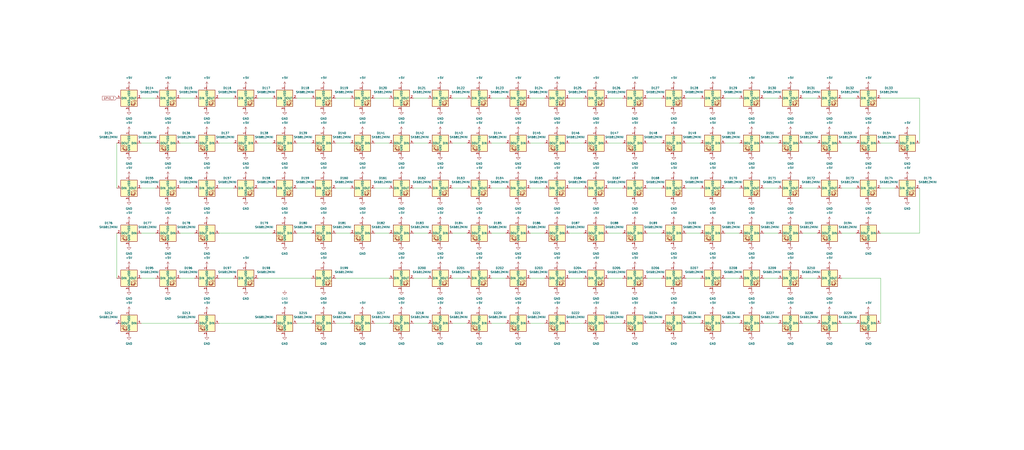
<source format=kicad_sch>
(kicad_sch (version 20231120) (generator "eeschema") (generator_version "8.0")
  (paper "User" 635 279.4)
  (no_connect (at 72.39 200.66))
  (wire (pts (xy 256.54 60.96) (xy 265.43 60.96)))
  (wire (pts (xy 570.23 144.78) (xy 546.1 144.78)))
  (wire (pts (xy 232.41 116.84) (xy 241.3 116.84)))
  (wire (pts (xy 135.89 60.96) (xy 144.78 60.96)))
  (wire (pts (xy 111.76 172.72) (xy 120.65 172.72)))
  (wire (pts (xy 96.52 144.78) (xy 87.63 144.78)))
  (wire (pts (xy 135.89 172.72) (xy 144.78 172.72)))
  (wire (pts (xy 386.08 200.66) (xy 377.19 200.66)))
  (wire (pts (xy 449.58 172.72) (xy 458.47 172.72)))
  (wire (pts (xy 521.97 60.96) (xy 530.86 60.96)))
  (wire (pts (xy 120.65 144.78) (xy 111.76 144.78)))
  (wire (pts (xy 265.43 200.66) (xy 256.54 200.66)))
  (wire (pts (xy 265.43 88.9) (xy 256.54 88.9)))
  (wire (pts (xy 554.99 88.9) (xy 546.1 88.9)))
  (wire (pts (xy 208.28 172.72) (xy 241.3 172.72)))
  (wire (pts (xy 377.19 116.84) (xy 386.08 116.84)))
  (wire (pts (xy 410.21 144.78) (xy 401.32 144.78)))
  (wire (pts (xy 473.71 60.96) (xy 482.6 60.96)))
  (wire (pts (xy 377.19 172.72) (xy 386.08 172.72)))
  (wire (pts (xy 87.63 116.84) (xy 96.52 116.84)))
  (wire (pts (xy 434.34 200.66) (xy 425.45 200.66)))
  (wire (pts (xy 193.04 88.9) (xy 184.15 88.9)))
  (wire (pts (xy 256.54 172.72) (xy 265.43 172.72)))
  (wire (pts (xy 546.1 60.96) (xy 570.23 60.96)))
  (wire (pts (xy 289.56 88.9) (xy 280.67 88.9)))
  (wire (pts (xy 280.67 116.84) (xy 289.56 116.84)))
  (wire (pts (xy 497.84 60.96) (xy 506.73 60.96)))
  (wire (pts (xy 458.47 144.78) (xy 449.58 144.78)))
  (wire (pts (xy 193.04 200.66) (xy 184.15 200.66)))
  (wire (pts (xy 386.08 88.9) (xy 377.19 88.9)))
  (wire (pts (xy 377.19 60.96) (xy 386.08 60.96)))
  (wire (pts (xy 506.73 200.66) (xy 497.84 200.66)))
  (wire (pts (xy 96.52 88.9) (xy 87.63 88.9)))
  (wire (pts (xy 304.8 60.96) (xy 313.69 60.96)))
  (wire (pts (xy 353.06 172.72) (xy 361.95 172.72)))
  (wire (pts (xy 232.41 60.96) (xy 241.3 60.96)))
  (wire (pts (xy 401.32 172.72) (xy 410.21 172.72)))
  (wire (pts (xy 401.32 116.84) (xy 410.21 116.84)))
  (wire (pts (xy 521.97 116.84) (xy 530.86 116.84)))
  (wire (pts (xy 313.69 144.78) (xy 304.8 144.78)))
  (wire (pts (xy 482.6 144.78) (xy 473.71 144.78)))
  (wire (pts (xy 289.56 200.66) (xy 280.67 200.66)))
  (wire (pts (xy 217.17 200.66) (xy 208.28 200.66)))
  (wire (pts (xy 353.06 116.84) (xy 361.95 116.84)))
  (wire (pts (xy 87.63 172.72) (xy 96.52 172.72)))
  (wire (pts (xy 265.43 144.78) (xy 256.54 144.78)))
  (wire (pts (xy 482.6 88.9) (xy 473.71 88.9)))
  (wire (pts (xy 241.3 200.66) (xy 232.41 200.66)))
  (wire (pts (xy 184.15 60.96) (xy 193.04 60.96)))
  (wire (pts (xy 328.93 116.84) (xy 337.82 116.84)))
  (wire (pts (xy 160.02 116.84) (xy 168.91 116.84)))
  (wire (pts (xy 135.89 144.78) (xy 168.91 144.78)))
  (wire (pts (xy 473.71 116.84) (xy 482.6 116.84)))
  (wire (pts (xy 217.17 88.9) (xy 208.28 88.9)))
  (wire (pts (xy 87.63 200.66) (xy 120.65 200.66)))
  (wire (pts (xy 111.76 60.96) (xy 120.65 60.96)))
  (wire (pts (xy 546.1 116.84) (xy 554.99 116.84)))
  (wire (pts (xy 328.93 60.96) (xy 337.82 60.96)))
  (wire (pts (xy 410.21 200.66) (xy 401.32 200.66)))
  (wire (pts (xy 425.45 172.72) (xy 434.34 172.72)))
  (wire (pts (xy 570.23 60.96) (xy 570.23 88.9)))
  (wire (pts (xy 361.95 200.66) (xy 353.06 200.66)))
  (wire (pts (xy 506.73 88.9) (xy 497.84 88.9)))
  (wire (pts (xy 530.86 88.9) (xy 521.97 88.9)))
  (wire (pts (xy 361.95 144.78) (xy 353.06 144.78)))
  (wire (pts (xy 135.89 116.84) (xy 144.78 116.84)))
  (wire (pts (xy 280.67 172.72) (xy 289.56 172.72)))
  (wire (pts (xy 208.28 116.84) (xy 217.17 116.84)))
  (wire (pts (xy 530.86 200.66) (xy 521.97 200.66)))
  (wire (pts (xy 120.65 88.9) (xy 111.76 88.9)))
  (wire (pts (xy 313.69 88.9) (xy 304.8 88.9)))
  (wire (pts (xy 449.58 60.96) (xy 458.47 60.96)))
  (wire (pts (xy 497.84 172.72) (xy 506.73 172.72)))
  (wire (pts (xy 449.58 116.84) (xy 458.47 116.84)))
  (wire (pts (xy 506.73 144.78) (xy 497.84 144.78)))
  (wire (pts (xy 458.47 200.66) (xy 449.58 200.66)))
  (wire (pts (xy 208.28 60.96) (xy 217.17 60.96)))
  (wire (pts (xy 386.08 144.78) (xy 377.19 144.78)))
  (wire (pts (xy 256.54 116.84) (xy 265.43 116.84)))
  (wire (pts (xy 313.69 200.66) (xy 304.8 200.66)))
  (wire (pts (xy 289.56 144.78) (xy 280.67 144.78)))
  (wire (pts (xy 337.82 144.78) (xy 328.93 144.78)))
  (wire (pts (xy 425.45 116.84) (xy 434.34 116.84)))
  (wire (pts (xy 434.34 144.78) (xy 425.45 144.78)))
  (wire (pts (xy 570.23 116.84) (xy 570.23 144.78)))
  (wire (pts (xy 434.34 88.9) (xy 425.45 88.9)))
  (wire (pts (xy 111.76 116.84) (xy 120.65 116.84)))
  (wire (pts (xy 546.1 172.72) (xy 546.1 200.66)))
  (wire (pts (xy 280.67 60.96) (xy 289.56 60.96)))
  (wire (pts (xy 72.39 88.9) (xy 72.39 116.84)))
  (wire (pts (xy 168.91 88.9) (xy 160.02 88.9)))
  (wire (pts (xy 160.02 172.72) (xy 193.04 172.72)))
  (wire (pts (xy 521.97 172.72) (xy 546.1 172.72)))
  (wire (pts (xy 304.8 116.84) (xy 313.69 116.84)))
  (wire (pts (xy 401.32 60.96) (xy 410.21 60.96)))
  (wire (pts (xy 410.21 88.9) (xy 401.32 88.9)))
  (wire (pts (xy 361.95 88.9) (xy 353.06 88.9)))
  (wire (pts (xy 530.86 144.78) (xy 521.97 144.78)))
  (wire (pts (xy 425.45 60.96) (xy 434.34 60.96)))
  (wire (pts (xy 458.47 88.9) (xy 449.58 88.9)))
  (wire (pts (xy 144.78 88.9) (xy 135.89 88.9)))
  (wire (pts (xy 217.17 144.78) (xy 208.28 144.78)))
  (wire (pts (xy 72.39 144.78) (xy 72.39 172.72)))
  (wire (pts (xy 241.3 88.9) (xy 232.41 88.9)))
  (wire (pts (xy 353.06 60.96) (xy 361.95 60.96)))
  (wire (pts (xy 304.8 172.72) (xy 313.69 172.72)))
  (wire (pts (xy 160.02 60.96) (xy 168.91 60.96)))
  (wire (pts (xy 497.84 116.84) (xy 506.73 116.84)))
  (wire (pts (xy 328.93 172.72) (xy 337.82 172.72)))
  (wire (pts (xy 241.3 144.78) (xy 232.41 144.78)))
  (wire (pts (xy 193.04 144.78) (xy 184.15 144.78)))
  (wire (pts (xy 482.6 200.66) (xy 473.71 200.66)))
  (wire (pts (xy 473.71 172.72) (xy 482.6 172.72)))
  (wire (pts (xy 135.89 200.66) (xy 168.91 200.66)))
  (wire (pts (xy 184.15 116.84) (xy 193.04 116.84)))
  (wire (pts (xy 337.82 88.9) (xy 328.93 88.9)))
  (wire (pts (xy 87.63 60.96) (xy 96.52 60.96)))
  (wire (pts (xy 337.82 200.66) (xy 328.93 200.66)))
  (global_label "GPIO_?" (shape input) (at 72.39 60.96 180) (property "Intersheetrefs" "${INTERSHEET_REFS}" (effects (hide yes))))
  (symbol (lib_id "power:+5V") (at 200.66 81.28 0) (mirror y) (unit 1)
    (property "Reference" "#PWR048" (effects (hide yes)))
    (property "Value" "+5V" (at 200.66 76.2 0))
    (property "Description" "Power symbol creates a global label with name \"+5V\"" (effects (hide yes)))
  )
  (symbol (lib_id "power:GND") (at 273.05 68.58 0) (unit 1)
    (property "Reference" "#PWR030" (effects (hide yes)))
    (property "Value" "GND" (at 273.05 73.66 0))
    (property "Description" "Power symbol creates a global label with name \"GND\" , ground" (effects (hide yes)))
  )
  (symbol (lib_id "my-symbols:SK6812MINI") (at 321.31 88.9 0) (mirror y) (unit 1)
    (property "Reference" "D144" (at 308.61 82.5814 0))
    (property "Value" "SK6812MINI" (at 308.61 85.1214 0))
    (property "Footprint" "my-footprints:LED_SK6812MINI_E" (effects (hide yes)))
    (property "Datasheet" "https://cdn-shop.adafruit.com/product-files/2686/SK6812MINI_REV.01-1-2.pdf" (effects (hide yes)))
    (property "Description" "RGB LED with integrated controller" (effects (hide yes)))
  )
  (symbol (lib_id "power:+5V") (at 248.92 193.04 0) (mirror y) (unit 1)
    (property "Reference" "#PWR0205" (effects (hide yes)))
    (property "Value" "+5V" (at 248.92 187.96 0))
    (property "Description" "Power symbol creates a global label with name \"+5V\"" (effects (hide yes)))
  )
  (symbol (lib_id "power:+5V") (at 200.66 109.22 0) (unit 1)
    (property "Reference" "#PWR090" (effects (hide yes)))
    (property "Value" "+5V" (at 200.66 104.14 0))
    (property "Description" "Power symbol creates a global label with name \"+5V\"" (effects (hide yes)))
  )
  (symbol (lib_id "power:GND") (at 200.66 124.46 0) (unit 1)
    (property "Reference" "#PWR0111" (effects (hide yes)))
    (property "Value" "GND" (at 200.66 129.54 0))
    (property "Description" "Power symbol creates a global label with name \"GND\" , ground" (effects (hide yes)))
  )
  (symbol (lib_id "my-symbols:SK6812MINI") (at 224.79 88.9 0) (mirror y) (unit 1)
    (property "Reference" "D140" (at 212.09 82.5814 0))
    (property "Value" "SK6812MINI" (at 212.09 85.1214 0))
    (property "Footprint" "my-footprints:LED_SK6812MINI_E" (effects (hide yes)))
    (property "Datasheet" "https://cdn-shop.adafruit.com/product-files/2686/SK6812MINI_REV.01-1-2.pdf" (effects (hide yes)))
    (property "Description" "RGB LED with integrated controller" (effects (hide yes)))
  )
  (symbol (lib_id "power:GND") (at 80.01 180.34 0) (unit 1)
    (property "Reference" "#PWR0182" (effects (hide yes)))
    (property "Value" "GND" (at 80.01 185.42 0))
    (property "Description" "Power symbol creates a global label with name \"GND\" , ground" (effects (hide yes)))
  )
  (symbol (lib_id "power:GND") (at 104.14 96.52 0) (mirror y) (unit 1)
    (property "Reference" "#PWR065" (effects (hide yes)))
    (property "Value" "GND" (at 104.14 101.6 0))
    (property "Description" "Power symbol creates a global label with name \"GND\" , ground" (effects (hide yes)))
  )
  (symbol (lib_id "power:+5V") (at 152.4 165.1 0) (unit 1)
    (property "Reference" "#PWR0168" (effects (hide yes)))
    (property "Value" "+5V" (at 152.4 160.02 0))
    (property "Description" "Power symbol creates a global label with name \"+5V\"" (effects (hide yes)))
  )
  (symbol (lib_id "power:+5V") (at 80.01 109.22 0) (unit 1)
    (property "Reference" "#PWR085" (effects (hide yes)))
    (property "Value" "+5V" (at 80.01 104.14 0))
    (property "Description" "Power symbol creates a global label with name \"+5V\"" (effects (hide yes)))
  )
  (symbol (lib_id "power:+5V") (at 466.09 81.28 0) (mirror y) (unit 1)
    (property "Reference" "#PWR059" (effects (hide yes)))
    (property "Value" "+5V" (at 466.09 76.2 0))
    (property "Description" "Power symbol creates a global label with name \"+5V\"" (effects (hide yes)))
  )
  (symbol (lib_id "power:GND") (at 248.92 208.28 0) (mirror y) (unit 1)
    (property "Reference" "#PWR0223" (effects (hide yes)))
    (property "Value" "GND" (at 248.92 213.36 0))
    (property "Description" "Power symbol creates a global label with name \"GND\" , ground" (effects (hide yes)))
  )
  (symbol (lib_id "power:+5V") (at 80.01 165.1 0) (unit 1)
    (property "Reference" "#PWR0165" (effects (hide yes)))
    (property "Value" "+5V" (at 80.01 160.02 0))
    (property "Description" "Power symbol creates a global label with name \"+5V\"" (effects (hide yes)))
  )
  (symbol (lib_id "power:+5V") (at 514.35 109.22 0) (unit 1)
    (property "Reference" "#PWR0103" (effects (hide yes)))
    (property "Value" "+5V" (at 514.35 104.14 0))
    (property "Description" "Power symbol creates a global label with name \"+5V\"" (effects (hide yes)))
  )
  (symbol (lib_id "power:+5V") (at 273.05 137.16 0) (mirror y) (unit 1)
    (property "Reference" "#PWR0134" (effects (hide yes)))
    (property "Value" "+5V" (at 273.05 132.08 0))
    (property "Description" "Power symbol creates a global label with name \"+5V\"" (effects (hide yes)))
  )
  (symbol (lib_id "power:GND") (at 176.53 208.28 0) (mirror y) (unit 1)
    (property "Reference" "#PWR0220" (effects (hide yes)))
    (property "Value" "GND" (at 176.53 213.36 0))
    (property "Description" "Power symbol creates a global label with name \"GND\" , ground" (effects (hide yes)))
  )
  (symbol (lib_id "my-symbols:SK6812MINI") (at 562.61 88.9 0) (mirror y) (unit 1)
    (property "Reference" "D154" (at 549.91 82.5814 0))
    (property "Value" "SK6812MINI" (at 549.91 85.1214 0))
    (property "Footprint" "my-footprints:LED_SK6812MINI_E" (effects (hide yes)))
    (property "Datasheet" "https://cdn-shop.adafruit.com/product-files/2686/SK6812MINI_REV.01-1-2.pdf" (effects (hide yes)))
    (property "Description" "RGB LED with integrated controller" (effects (hide yes)))
  )
  (symbol (lib_id "power:GND") (at 224.79 208.28 0) (mirror y) (unit 1)
    (property "Reference" "#PWR0222" (effects (hide yes)))
    (property "Value" "GND" (at 224.79 213.36 0))
    (property "Description" "Power symbol creates a global label with name \"GND\" , ground" (effects (hide yes)))
  )
  (symbol (lib_id "my-symbols:SK6812MINI") (at 80.01 60.96 0) (unit 1)
    (property "Reference" "D114" (at 92.71 54.6414 0))
    (property "Value" "SK6812MINI" (at 92.71 57.1814 0))
    (property "Footprint" "my-footprints:LED_SK6812MINI_E" (effects (hide yes)))
    (property "Datasheet" "https://cdn-shop.adafruit.com/product-files/2686/SK6812MINI_REV.01-1-2.pdf" (effects (hide yes)))
    (property "Description" "RGB LED with integrated controller" (effects (hide yes)))
  )
  (symbol (lib_id "my-symbols:SK6812MINI") (at 538.48 88.9 0) (mirror y) (unit 1)
    (property "Reference" "D153" (at 525.78 82.5814 0))
    (property "Value" "SK6812MINI" (at 525.78 85.1214 0))
    (property "Footprint" "my-footprints:LED_SK6812MINI_E" (effects (hide yes)))
    (property "Datasheet" "https://cdn-shop.adafruit.com/product-files/2686/SK6812MINI_REV.01-1-2.pdf" (effects (hide yes)))
    (property "Description" "RGB LED with integrated controller" (effects (hide yes)))
  )
  (symbol (lib_id "power:+5V") (at 441.96 193.04 0) (mirror y) (unit 1)
    (property "Reference" "#PWR0213" (effects (hide yes)))
    (property "Value" "+5V" (at 441.96 187.96 0))
    (property "Description" "Power symbol creates a global label with name \"+5V\"" (effects (hide yes)))
  )
  (symbol (lib_id "power:GND") (at 176.53 124.46 0) (unit 1)
    (property "Reference" "#PWR0110" (effects (hide yes)))
    (property "Value" "GND" (at 176.53 129.54 0))
    (property "Description" "Power symbol creates a global label with name \"GND\" , ground" (effects (hide yes)))
  )
  (symbol (lib_id "power:GND") (at 417.83 96.52 0) (mirror y) (unit 1)
    (property "Reference" "#PWR078" (effects (hide yes)))
    (property "Value" "GND" (at 417.83 101.6 0))
    (property "Description" "Power symbol creates a global label with name \"GND\" , ground" (effects (hide yes)))
  )
  (symbol (lib_id "my-symbols:SK6812MINI") (at 490.22 60.96 0) (unit 1)
    (property "Reference" "D131" (at 502.92 54.6414 0))
    (property "Value" "SK6812MINI" (at 502.92 57.1814 0))
    (property "Footprint" "my-footprints:LED_SK6812MINI_E" (effects (hide yes)))
    (property "Datasheet" "https://cdn-shop.adafruit.com/product-files/2686/SK6812MINI_REV.01-1-2.pdf" (effects (hide yes)))
    (property "Description" "RGB LED with integrated controller" (effects (hide yes)))
  )
  (symbol (lib_id "power:GND") (at 128.27 152.4 0) (mirror y) (unit 1)
    (property "Reference" "#PWR0148" (effects (hide yes)))
    (property "Value" "GND" (at 128.27 157.48 0))
    (property "Description" "Power symbol creates a global label with name \"GND\" , ground" (effects (hide yes)))
  )
  (symbol (lib_id "power:GND") (at 248.92 180.34 0) (unit 1)
    (property "Reference" "#PWR0188" (effects (hide yes)))
    (property "Value" "GND" (at 248.92 185.42 0))
    (property "Description" "Power symbol creates a global label with name \"GND\" , ground" (effects (hide yes)))
  )
  (symbol (lib_id "my-symbols:SK6812MINI") (at 128.27 88.9 0) (mirror y) (unit 1)
    (property "Reference" "D136" (at 115.57 82.5814 0))
    (property "Value" "SK6812MINI" (at 115.57 85.1214 0))
    (property "Footprint" "my-footprints:LED_SK6812MINI_E" (effects (hide yes)))
    (property "Datasheet" "https://cdn-shop.adafruit.com/product-files/2686/SK6812MINI_REV.01-1-2.pdf" (effects (hide yes)))
    (property "Description" "RGB LED with integrated controller" (effects (hide yes)))
  )
  (symbol (lib_id "power:+5V") (at 224.79 53.34 0) (unit 1)
    (property "Reference" "#PWR08" (effects (hide yes)))
    (property "Value" "+5V" (at 224.79 48.26 0))
    (property "Description" "Power symbol creates a global label with name \"+5V\"" (effects (hide yes)))
  )
  (symbol (lib_id "power:GND") (at 369.57 96.52 0) (mirror y) (unit 1)
    (property "Reference" "#PWR076" (effects (hide yes)))
    (property "Value" "GND" (at 369.57 101.6 0))
    (property "Description" "Power symbol creates a global label with name \"GND\" , ground" (effects (hide yes)))
  )
  (symbol (lib_id "power:GND") (at 297.18 208.28 0) (mirror y) (unit 1)
    (property "Reference" "#PWR0225" (effects (hide yes)))
    (property "Value" "GND" (at 297.18 213.36 0))
    (property "Description" "Power symbol creates a global label with name \"GND\" , ground" (effects (hide yes)))
  )
  (symbol (lib_id "power:GND") (at 273.05 180.34 0) (unit 1)
    (property "Reference" "#PWR0189" (effects (hide yes)))
    (property "Value" "GND" (at 273.05 185.42 0))
    (property "Description" "Power symbol creates a global label with name \"GND\" , ground" (effects (hide yes)))
  )
  (symbol (lib_id "my-symbols:SK6812MINI") (at 514.35 172.72 0) (unit 1)
    (property "Reference" "D211" (effects (hide yes)))
    (property "Value" "SK6812MINI" (effects (hide yes)))
    (property "Footprint" "my-footprints:LED_SK6812MINI_E" (effects (hide yes)))
    (property "Datasheet" "https://cdn-shop.adafruit.com/product-files/2686/SK6812MINI_REV.01-1-2.pdf" (effects (hide yes)))
    (property "Description" "RGB LED with integrated controller" (effects (hide yes)))
  )
  (symbol (lib_id "power:+5V") (at 514.35 193.04 0) (mirror y) (unit 1)
    (property "Reference" "#PWR0216" (effects (hide yes)))
    (property "Value" "+5V" (at 514.35 187.96 0))
    (property "Description" "Power symbol creates a global label with name \"+5V\"" (effects (hide yes)))
  )
  (symbol (lib_id "power:+5V") (at 562.61 109.22 0) (unit 1)
    (property "Reference" "#PWR0105" (effects (hide yes)))
    (property "Value" "+5V" (at 562.61 104.14 0))
    (property "Description" "Power symbol creates a global label with name \"+5V\"" (effects (hide yes)))
  )
  (symbol (lib_id "power:GND") (at 514.35 124.46 0) (unit 1)
    (property "Reference" "#PWR0124" (effects (hide yes)))
    (property "Value" "GND" (at 514.35 129.54 0))
    (property "Description" "Power symbol creates a global label with name \"GND\" , ground" (effects (hide yes)))
  )
  (symbol (lib_id "my-symbols:SK6812MINI") (at 297.18 172.72 0) (unit 1)
    (property "Reference" "D202" (at 309.88 166.4014 0))
    (property "Value" "SK6812MINI" (at 309.88 168.9414 0))
    (property "Footprint" "my-footprints:LED_SK6812MINI_E" (effects (hide yes)))
    (property "Datasheet" "https://cdn-shop.adafruit.com/product-files/2686/SK6812MINI_REV.01-1-2.pdf" (effects (hide yes)))
    (property "Description" "RGB LED with integrated controller" (effects (hide yes)))
  )
  (symbol (lib_id "power:GND") (at 321.31 68.58 0) (unit 1)
    (property "Reference" "#PWR032" (effects (hide yes)))
    (property "Value" "GND" (at 321.31 73.66 0))
    (property "Description" "Power symbol creates a global label with name \"GND\" , ground" (effects (hide yes)))
  )
  (symbol (lib_id "power:+5V") (at 441.96 137.16 0) (mirror y) (unit 1)
    (property "Reference" "#PWR0141" (effects (hide yes)))
    (property "Value" "+5V" (at 441.96 132.08 0))
    (property "Description" "Power symbol creates a global label with name \"+5V\"" (effects (hide yes)))
  )
  (symbol (lib_id "power:GND") (at 466.09 152.4 0) (mirror y) (unit 1)
    (property "Reference" "#PWR0161" (effects (hide yes)))
    (property "Value" "GND" (at 466.09 157.48 0))
    (property "Description" "Power symbol creates a global label with name \"GND\" , ground" (effects (hide yes)))
  )
  (symbol (lib_id "power:GND") (at 369.57 124.46 0) (unit 1)
    (property "Reference" "#PWR0118" (effects (hide yes)))
    (property "Value" "GND" (at 369.57 129.54 0))
    (property "Description" "Power symbol creates a global label with name \"GND\" , ground" (effects (hide yes)))
  )
  (symbol (lib_id "power:+5V") (at 393.7 53.34 0) (unit 1)
    (property "Reference" "#PWR015" (effects (hide yes)))
    (property "Value" "+5V" (at 393.7 48.26 0))
    (property "Description" "Power symbol creates a global label with name \"+5V\"" (effects (hide yes)))
  )
  (symbol (lib_id "power:+5V") (at 441.96 165.1 0) (unit 1)
    (property "Reference" "#PWR0178" (effects (hide yes)))
    (property "Value" "+5V" (at 441.96 160.02 0))
    (property "Description" "Power symbol creates a global label with name \"+5V\"" (effects (hide yes)))
  )
  (symbol (lib_id "power:GND") (at 321.31 96.52 0) (mirror y) (unit 1)
    (property "Reference" "#PWR074" (effects (hide yes)))
    (property "Value" "GND" (at 321.31 101.6 0))
    (property "Description" "Power symbol creates a global label with name \"GND\" , ground" (effects (hide yes)))
  )
  (symbol (lib_id "power:+5V") (at 128.27 81.28 0) (mirror y) (unit 1)
    (property "Reference" "#PWR045" (effects (hide yes)))
    (property "Value" "+5V" (at 128.27 76.2 0))
    (property "Description" "Power symbol creates a global label with name \"+5V\"" (effects (hide yes)))
  )
  (symbol (lib_id "my-symbols:SK6812MINI") (at 176.53 144.78 0) (mirror y) (unit 1)
    (property "Reference" "D179" (at 163.83 138.4614 0))
    (property "Value" "SK6812MINI" (at 163.83 141.0014 0))
    (property "Footprint" "my-footprints:LED_SK6812MINI_E" (effects (hide yes)))
    (property "Datasheet" "https://cdn-shop.adafruit.com/product-files/2686/SK6812MINI_REV.01-1-2.pdf" (effects (hide yes)))
    (property "Description" "RGB LED with integrated controller" (effects (hide yes)))
  )
  (symbol (lib_id "my-symbols:SK6812MINI") (at 538.48 200.66 0) (mirror y) (unit 1)
    (property "Reference" "D229" (at 525.78 194.3414 0))
    (property "Value" "SK6812MINI" (at 525.78 196.8814 0))
    (property "Footprint" "my-footprints:LED_SK6812MINI_E" (effects (hide yes)))
    (property "Datasheet" "https://cdn-shop.adafruit.com/product-files/2686/SK6812MINI_REV.01-1-2.pdf" (effects (hide yes)))
    (property "Description" "RGB LED with integrated controller" (effects (hide yes)))
  )
  (symbol (lib_id "power:+5V") (at 224.79 81.28 0) (mirror y) (unit 1)
    (property "Reference" "#PWR049" (effects (hide yes)))
    (property "Value" "+5V" (at 224.79 76.2 0))
    (property "Description" "Power symbol creates a global label with name \"+5V\"" (effects (hide yes)))
  )
  (symbol (lib_id "power:GND") (at 176.53 180.34 0) (unit 1)
    (property "Reference" "#PWR0186" (effects (hide yes)))
    (property "Value" "GND" (at 176.53 185.42 0))
    (property "Description" "Power symbol creates a global label with name \"GND\" , ground" (effects (hide yes)))
  )
  (symbol (lib_id "my-symbols:SK6812MINI") (at 514.35 116.84 0) (unit 1)
    (property "Reference" "D173" (at 527.05 110.5214 0))
    (property "Value" "SK6812MINI" (at 527.05 113.0614 0))
    (property "Footprint" "my-footprints:LED_SK6812MINI_E" (effects (hide yes)))
    (property "Datasheet" "https://cdn-shop.adafruit.com/product-files/2686/SK6812MINI_REV.01-1-2.pdf" (effects (hide yes)))
    (property "Description" "RGB LED with integrated controller" (effects (hide yes)))
  )
  (symbol (lib_id "power:GND") (at 466.09 68.58 0) (unit 1)
    (property "Reference" "#PWR038" (effects (hide yes)))
    (property "Value" "GND" (at 466.09 73.66 0))
    (property "Description" "Power symbol creates a global label with name \"GND\" , ground" (effects (hide yes)))
  )
  (symbol (lib_id "power:+5V") (at 466.09 109.22 0) (unit 1)
    (property "Reference" "#PWR0101" (effects (hide yes)))
    (property "Value" "+5V" (at 466.09 104.14 0))
    (property "Description" "Power symbol creates a global label with name \"+5V\"" (effects (hide yes)))
  )
  (symbol (lib_id "power:+5V") (at 80.01 81.28 0) (mirror y) (unit 1)
    (property "Reference" "#PWR042" (effects (hide yes)))
    (property "Value" "+5V" (at 80.01 76.2 0))
    (property "Description" "Power symbol creates a global label with name \"+5V\"" (effects (hide yes)))
  )
  (symbol (lib_id "my-symbols:SK6812MINI") (at 490.22 144.78 0) (mirror y) (unit 1)
    (property "Reference" "D192" (at 477.52 138.4614 0))
    (property "Value" "SK6812MINI" (at 477.52 141.0014 0))
    (property "Footprint" "my-footprints:LED_SK6812MINI_E" (effects (hide yes)))
    (property "Datasheet" "https://cdn-shop.adafruit.com/product-files/2686/SK6812MINI_REV.01-1-2.pdf" (effects (hide yes)))
    (property "Description" "RGB LED with integrated controller" (effects (hide yes)))
  )
  (symbol (lib_id "my-symbols:SK6812MINI") (at 514.35 200.66 0) (mirror y) (unit 1)
    (property "Reference" "D228" (at 501.65 194.3414 0))
    (property "Value" "SK6812MINI" (at 501.65 196.8814 0))
    (property "Footprint" "my-footprints:LED_SK6812MINI_E" (effects (hide yes)))
    (property "Datasheet" "https://cdn-shop.adafruit.com/product-files/2686/SK6812MINI_REV.01-1-2.pdf" (effects (hide yes)))
    (property "Description" "RGB LED with integrated controller" (effects (hide yes)))
  )
  (symbol (lib_id "my-symbols:SK6812MINI") (at 345.44 144.78 0) (mirror y) (unit 1)
    (property "Reference" "D186" (at 332.74 138.4614 0))
    (property "Value" "SK6812MINI" (at 332.74 141.0014 0))
    (property "Footprint" "my-footprints:LED_SK6812MINI_E" (effects (hide yes)))
    (property "Datasheet" "https://cdn-shop.adafruit.com/product-files/2686/SK6812MINI_REV.01-1-2.pdf" (effects (hide yes)))
    (property "Description" "RGB LED with integrated controller" (effects (hide yes)))
  )
  (symbol (lib_id "my-symbols:SK6812MINI") (at 345.44 116.84 0) (unit 1)
    (property "Reference" "D166" (at 358.14 110.5214 0))
    (property "Value" "SK6812MINI" (at 358.14 113.0614 0))
    (property "Footprint" "my-footprints:LED_SK6812MINI_E" (effects (hide yes)))
    (property "Datasheet" "https://cdn-shop.adafruit.com/product-files/2686/SK6812MINI_REV.01-1-2.pdf" (effects (hide yes)))
    (property "Description" "RGB LED with integrated controller" (effects (hide yes)))
  )
  (symbol (lib_id "my-symbols:SK6812MINI") (at 224.79 116.84 0) (unit 1)
    (property "Reference" "D161" (at 237.49 110.5214 0))
    (property "Value" "SK6812MINI" (at 237.49 113.0614 0))
    (property "Footprint" "my-footprints:LED_SK6812MINI_E" (effects (hide yes)))
    (property "Datasheet" "https://cdn-shop.adafruit.com/product-files/2686/SK6812MINI_REV.01-1-2.pdf" (effects (hide yes)))
    (property "Description" "RGB LED with integrated controller" (effects (hide yes)))
  )
  (symbol (lib_id "my-symbols:SK6812MINI") (at 466.09 60.96 0) (unit 1)
    (property "Reference" "D130" (at 478.79 54.6414 0))
    (property "Value" "SK6812MINI" (at 478.79 57.1814 0))
    (property "Footprint" "my-footprints:LED_SK6812MINI_E" (effects (hide yes)))
    (property "Datasheet" "https://cdn-shop.adafruit.com/product-files/2686/SK6812MINI_REV.01-1-2.pdf" (effects (hide yes)))
    (property "Description" "RGB LED with integrated controller" (effects (hide yes)))
  )
  (symbol (lib_id "power:GND") (at 538.48 96.52 0) (mirror y) (unit 1)
    (property "Reference" "#PWR083" (effects (hide yes)))
    (property "Value" "GND" (at 538.48 101.6 0))
    (property "Description" "Power symbol creates a global label with name \"GND\" , ground" (effects (hide yes)))
  )
  (symbol (lib_id "my-symbols:SK6812MINI") (at 321.31 60.96 0) (unit 1)
    (property "Reference" "D124" (at 334.01 54.6414 0))
    (property "Value" "SK6812MINI" (at 334.01 57.1814 0))
    (property "Footprint" "my-footprints:LED_SK6812MINI_E" (effects (hide yes)))
    (property "Datasheet" "https://cdn-shop.adafruit.com/product-files/2686/SK6812MINI_REV.01-1-2.pdf" (effects (hide yes)))
    (property "Description" "RGB LED with integrated controller" (effects (hide yes)))
  )
  (symbol (lib_id "power:GND") (at 345.44 96.52 0) (mirror y) (unit 1)
    (property "Reference" "#PWR075" (effects (hide yes)))
    (property "Value" "GND" (at 345.44 101.6 0))
    (property "Description" "Power symbol creates a global label with name \"GND\" , ground" (effects (hide yes)))
  )
  (symbol (lib_id "power:GND") (at 104.14 180.34 0) (unit 1)
    (property "Reference" "#PWR0183" (effects (hide yes)))
    (property "Value" "GND" (at 104.14 185.42 0))
    (property "Description" "Power symbol creates a global label with name \"GND\" , ground" (effects (hide yes)))
  )
  (symbol (lib_id "power:+5V") (at 152.4 81.28 0) (mirror y) (unit 1)
    (property "Reference" "#PWR046" (effects (hide yes)))
    (property "Value" "+5V" (at 152.4 76.2 0))
    (property "Description" "Power symbol creates a global label with name \"+5V\"" (effects (hide yes)))
  )
  (symbol (lib_id "power:+5V") (at 562.61 81.28 0) (mirror y) (unit 1)
    (property "Reference" "#PWR063" (effects (hide yes)))
    (property "Value" "+5V" (at 562.61 76.2 0))
    (property "Description" "Power symbol creates a global label with name \"+5V\"" (effects (hide yes)))
  )
  (symbol (lib_id "power:+5V") (at 321.31 193.04 0) (mirror y) (unit 1)
    (property "Reference" "#PWR0208" (effects (hide yes)))
    (property "Value" "+5V" (at 321.31 187.96 0))
    (property "Description" "Power symbol creates a global label with name \"+5V\"" (effects (hide yes)))
  )
  (symbol (lib_id "my-symbols:SK6812MINI") (at 248.92 172.72 0) (unit 1)
    (property "Reference" "D200" (at 261.62 166.4014 0))
    (property "Value" "SK6812MINI" (at 261.62 168.9414 0))
    (property "Footprint" "my-footprints:LED_SK6812MINI_E" (effects (hide yes)))
    (property "Datasheet" "https://cdn-shop.adafruit.com/product-files/2686/SK6812MINI_REV.01-1-2.pdf" (effects (hide yes)))
    (property "Description" "RGB LED with integrated controller" (effects (hide yes)))
  )
  (symbol (lib_id "my-symbols:SK6812MINI") (at 248.92 88.9 0) (mirror y) (unit 1)
    (property "Reference" "D141" (at 236.22 82.5814 0))
    (property "Value" "SK6812MINI" (at 236.22 85.1214 0))
    (property "Footprint" "my-footprints:LED_SK6812MINI_E" (effects (hide yes)))
    (property "Datasheet" "https://cdn-shop.adafruit.com/product-files/2686/SK6812MINI_REV.01-1-2.pdf" (effects (hide yes)))
    (property "Description" "RGB LED with integrated controller" (effects (hide yes)))
  )
  (symbol (lib_id "my-symbols:SK6812MINI") (at 417.83 200.66 0) (mirror y) (unit 1)
    (property "Reference" "D224" (at 405.13 194.3414 0))
    (property "Value" "SK6812MINI" (at 405.13 196.8814 0))
    (property "Footprint" "my-footprints:LED_SK6812MINI_E" (effects (hide yes)))
    (property "Datasheet" "https://cdn-shop.adafruit.com/product-files/2686/SK6812MINI_REV.01-1-2.pdf" (effects (hide yes)))
    (property "Description" "RGB LED with integrated controller" (effects (hide yes)))
  )
  (symbol (lib_id "power:GND") (at 369.57 152.4 0) (mirror y) (unit 1)
    (property "Reference" "#PWR0157" (effects (hide yes)))
    (property "Value" "GND" (at 369.57 157.48 0))
    (property "Description" "Power symbol creates a global label with name \"GND\" , ground" (effects (hide yes)))
  )
  (symbol (lib_id "my-symbols:SK6812MINI") (at 538.48 144.78 0) (mirror y) (unit 1)
    (property "Reference" "D194" (at 525.78 138.4614 0))
    (property "Value" "SK6812MINI" (at 525.78 141.0014 0))
    (property "Footprint" "my-footprints:LED_SK6812MINI_E" (effects (hide yes)))
    (property "Datasheet" "https://cdn-shop.adafruit.com/product-files/2686/SK6812MINI_REV.01-1-2.pdf" (effects (hide yes)))
    (property "Description" "RGB LED with integrated controller" (effects (hide yes)))
  )
  (symbol (lib_id "power:GND") (at 393.7 180.34 0) (unit 1)
    (property "Reference" "#PWR0194" (effects (hide yes)))
    (property "Value" "GND" (at 393.7 185.42 0))
    (property "Description" "Power symbol creates a global label with name \"GND\" , ground" (effects (hide yes)))
  )
  (symbol (lib_id "power:GND") (at 80.01 124.46 0) (unit 1)
    (property "Reference" "#PWR0106" (effects (hide yes)))
    (property "Value" "GND" (at 80.01 129.54 0))
    (property "Description" "Power symbol creates a global label with name \"GND\" , ground" (effects (hide yes)))
  )
  (symbol (lib_id "power:GND") (at 128.27 208.28 0) (mirror y) (unit 1)
    (property "Reference" "#PWR0219" (effects (hide yes)))
    (property "Value" "GND" (at 128.27 213.36 0))
    (property "Description" "Power symbol creates a global label with name \"GND\" , ground" (effects (hide yes)))
  )
  (symbol (lib_id "my-symbols:SK6812MINI") (at 417.83 88.9 0) (mirror y) (unit 1)
    (property "Reference" "D148" (at 405.13 82.5814 0))
    (property "Value" "SK6812MINI" (at 405.13 85.1214 0))
    (property "Footprint" "my-footprints:LED_SK6812MINI_E" (effects (hide yes)))
    (property "Datasheet" "https://cdn-shop.adafruit.com/product-files/2686/SK6812MINI_REV.01-1-2.pdf" (effects (hide yes)))
    (property "Description" "RGB LED with integrated controller" (effects (hide yes)))
  )
  (symbol (lib_id "my-symbols:SK6812MINI") (at 80.01 88.9 0) (mirror y) (unit 1)
    (property "Reference" "D134" (at 67.31 82.5814 0))
    (property "Value" "SK6812MINI" (at 67.31 85.1214 0))
    (property "Footprint" "my-footprints:LED_SK6812MINI_E" (effects (hide yes)))
    (property "Datasheet" "https://cdn-shop.adafruit.com/product-files/2686/SK6812MINI_REV.01-1-2.pdf" (effects (hide yes)))
    (property "Description" "RGB LED with integrated controller" (effects (hide yes)))
  )
  (symbol (lib_id "my-symbols:SK6812MINI") (at 514.35 88.9 0) (mirror y) (unit 1)
    (property "Reference" "D152" (at 501.65 82.5814 0))
    (property "Value" "SK6812MINI" (at 501.65 85.1214 0))
    (property "Footprint" "my-footprints:LED_SK6812MINI_E" (effects (hide yes)))
    (property "Datasheet" "https://cdn-shop.adafruit.com/product-files/2686/SK6812MINI_REV.01-1-2.pdf" (effects (hide yes)))
    (property "Description" "RGB LED with integrated controller" (effects (hide yes)))
  )
  (symbol (lib_id "power:+5V") (at 200.66 53.34 0) (unit 1)
    (property "Reference" "#PWR07" (effects (hide yes)))
    (property "Value" "+5V" (at 200.66 48.26 0))
    (property "Description" "Power symbol creates a global label with name \"+5V\"" (effects (hide yes)))
  )
  (symbol (lib_id "my-symbols:SK6812MINI") (at 393.7 200.66 0) (mirror y) (unit 1)
    (property "Reference" "D223" (at 381 194.3414 0))
    (property "Value" "SK6812MINI" (at 381 196.8814 0))
    (property "Footprint" "my-footprints:LED_SK6812MINI_E" (effects (hide yes)))
    (property "Datasheet" "https://cdn-shop.adafruit.com/product-files/2686/SK6812MINI_REV.01-1-2.pdf" (effects (hide yes)))
    (property "Description" "RGB LED with integrated controller" (effects (hide yes)))
  )
  (symbol (lib_id "power:+5V") (at 321.31 81.28 0) (mirror y) (unit 1)
    (property "Reference" "#PWR053" (effects (hide yes)))
    (property "Value" "+5V" (at 321.31 76.2 0))
    (property "Description" "Power symbol creates a global label with name \"+5V\"" (effects (hide yes)))
  )
  (symbol (lib_id "power:GND") (at 562.61 96.52 0) (mirror y) (unit 1)
    (property "Reference" "#PWR084" (effects (hide yes)))
    (property "Value" "GND" (at 562.61 101.6 0))
    (property "Description" "Power symbol creates a global label with name \"GND\" , ground" (effects (hide yes)))
  )
  (symbol (lib_id "power:+5V") (at 104.14 81.28 0) (mirror y) (unit 1)
    (property "Reference" "#PWR043" (effects (hide yes)))
    (property "Value" "+5V" (at 104.14 76.2 0))
    (property "Description" "Power symbol creates a global label with name \"+5V\"" (effects (hide yes)))
  )
  (symbol (lib_id "power:GND") (at 200.66 180.34 0) (unit 1)
    (property "Reference" "#PWR0187" (effects (hide yes)))
    (property "Value" "GND" (at 200.66 185.42 0))
    (property "Description" "Power symbol creates a global label with name \"GND\" , ground" (effects (hide yes)))
  )
  (symbol (lib_id "power:GND") (at 128.27 96.52 0) (mirror y) (unit 1)
    (property "Reference" "#PWR066" (effects (hide yes)))
    (property "Value" "GND" (at 128.27 101.6 0))
    (property "Description" "Power symbol creates a global label with name \"GND\" , ground" (effects (hide yes)))
  )
  (symbol (lib_id "power:+5V") (at 369.57 137.16 0) (mirror y) (unit 1)
    (property "Reference" "#PWR0138" (effects (hide yes)))
    (property "Value" "+5V" (at 369.57 132.08 0))
    (property "Description" "Power symbol creates a global label with name \"+5V\"" (effects (hide yes)))
  )
  (symbol (lib_id "power:GND") (at 297.18 96.52 0) (mirror y) (unit 1)
    (property "Reference" "#PWR073" (effects (hide yes)))
    (property "Value" "GND" (at 297.18 101.6 0))
    (property "Description" "Power symbol creates a global label with name \"GND\" , ground" (effects (hide yes)))
  )
  (symbol (lib_id "my-symbols:SK6812MINI") (at 152.4 88.9 0) (mirror y) (unit 1)
    (property "Reference" "D137" (at 139.7 82.5814 0))
    (property "Value" "SK6812MINI" (at 139.7 85.1214 0))
    (property "Footprint" "my-footprints:LED_SK6812MINI_E" (effects (hide yes)))
    (property "Datasheet" "https://cdn-shop.adafruit.com/product-files/2686/SK6812MINI_REV.01-1-2.pdf" (effects (hide yes)))
    (property "Description" "RGB LED with integrated controller" (effects (hide yes)))
  )
  (symbol (lib_id "my-symbols:SK6812MINI") (at 321.31 200.66 0) (mirror y) (unit 1)
    (property "Reference" "D220" (at 308.61 194.3414 0))
    (property "Value" "SK6812MINI" (at 308.61 196.8814 0))
    (property "Footprint" "my-footprints:LED_SK6812MINI_E" (effects (hide yes)))
    (property "Datasheet" "https://cdn-shop.adafruit.com/product-files/2686/SK6812MINI_REV.01-1-2.pdf" (effects (hide yes)))
    (property "Description" "RGB LED with integrated controller" (effects (hide yes)))
  )
  (symbol (lib_id "my-symbols:SK6812MINI") (at 104.14 116.84 0) (unit 1)
    (property "Reference" "D156" (at 116.84 110.5214 0))
    (property "Value" "SK6812MINI" (at 116.84 113.0614 0))
    (property "Footprint" "my-footprints:LED_SK6812MINI_E" (effects (hide yes)))
    (property "Datasheet" "https://cdn-shop.adafruit.com/product-files/2686/SK6812MINI_REV.01-1-2.pdf" (effects (hide yes)))
    (property "Description" "RGB LED with integrated controller" (effects (hide yes)))
  )
  (symbol (lib_id "power:+5V") (at 369.57 193.04 0) (mirror y) (unit 1)
    (property "Reference" "#PWR0210" (effects (hide yes)))
    (property "Value" "+5V" (at 369.57 187.96 0))
    (property "Description" "Power symbol creates a global label with name \"+5V\"" (effects (hide yes)))
  )
  (symbol (lib_id "power:GND") (at 538.48 152.4 0) (mirror y) (unit 1)
    (property "Reference" "#PWR0164" (effects (hide yes)))
    (property "Value" "GND" (at 538.48 157.48 0))
    (property "Description" "Power symbol creates a global label with name \"GND\" , ground" (effects (hide yes)))
  )
  (symbol (lib_id "power:GND") (at 248.92 96.52 0) (mirror y) (unit 1)
    (property "Reference" "#PWR071" (effects (hide yes)))
    (property "Value" "GND" (at 248.92 101.6 0))
    (property "Description" "Power symbol creates a global label with name \"GND\" , ground" (effects (hide yes)))
  )
  (symbol (lib_id "my-symbols:SK6812MINI") (at 248.92 200.66 0) (mirror y) (unit 1)
    (property "Reference" "D217" (at 236.22 194.3414 0))
    (property "Value" "SK6812MINI" (at 236.22 196.8814 0))
    (property "Footprint" "my-footprints:LED_SK6812MINI_E" (effects (hide yes)))
    (property "Datasheet" "https://cdn-shop.adafruit.com/product-files/2686/SK6812MINI_REV.01-1-2.pdf" (effects (hide yes)))
    (property "Description" "RGB LED with integrated controller" (effects (hide yes)))
  )
  (symbol (lib_id "my-symbols:SK6812MINI") (at 273.05 60.96 0) (unit 1)
    (property "Reference" "D122" (at 285.75 54.6414 0))
    (property "Value" "SK6812MINI" (at 285.75 57.1814 0))
    (property "Footprint" "my-footprints:LED_SK6812MINI_E" (effects (hide yes)))
    (property "Datasheet" "https://cdn-shop.adafruit.com/product-files/2686/SK6812MINI_REV.01-1-2.pdf" (effects (hide yes)))
    (property "Description" "RGB LED with integrated controller" (effects (hide yes)))
  )
  (symbol (lib_id "power:GND") (at 369.57 180.34 0) (unit 1)
    (property "Reference" "#PWR0193" (effects (hide yes)))
    (property "Value" "GND" (at 369.57 185.42 0))
    (property "Description" "Power symbol creates a global label with name \"GND\" , ground" (effects (hide yes)))
  )
  (symbol (lib_id "power:GND") (at 152.4 124.46 0) (unit 1)
    (property "Reference" "#PWR0109" (effects (hide yes)))
    (property "Value" "GND" (at 152.4 129.54 0))
    (property "Description" "Power symbol creates a global label with name \"GND\" , ground" (effects (hide yes)))
  )
  (symbol (lib_id "power:+5V") (at 321.31 137.16 0) (mirror y) (unit 1)
    (property "Reference" "#PWR0136" (effects (hide yes)))
    (property "Value" "+5V" (at 321.31 132.08 0))
    (property "Description" "Power symbol creates a global label with name \"+5V\"" (effects (hide yes)))
  )
  (symbol (lib_id "power:GND") (at 345.44 180.34 0) (unit 1)
    (property "Reference" "#PWR0192" (effects (hide yes)))
    (property "Value" "GND" (at 345.44 185.42 0))
    (property "Description" "Power symbol creates a global label with name \"GND\" , ground" (effects (hide yes)))
  )
  (symbol (lib_id "power:GND") (at 514.35 68.58 0) (unit 1)
    (property "Reference" "#PWR040" (effects (hide yes)))
    (property "Value" "GND" (at 514.35 73.66 0))
    (property "Description" "Power symbol creates a global label with name \"GND\" , ground" (effects (hide yes)))
  )
  (symbol (lib_id "power:GND") (at 297.18 152.4 0) (mirror y) (unit 1)
    (property "Reference" "#PWR0154" (effects (hide yes)))
    (property "Value" "GND" (at 297.18 157.48 0))
    (property "Description" "Power symbol creates a global label with name \"GND\" , ground" (effects (hide yes)))
  )
  (symbol (lib_id "power:GND") (at 176.53 96.52 0) (mirror y) (unit 1)
    (property "Reference" "#PWR068" (effects (hide yes)))
    (property "Value" "GND" (at 176.53 101.6 0))
    (property "Description" "Power symbol creates a global label with name \"GND\" , ground" (effects (hide yes)))
  )
  (symbol (lib_id "my-symbols:SK6812MINI") (at 104.14 172.72 0) (unit 1)
    (property "Reference" "D196" (at 116.84 166.4014 0))
    (property "Value" "SK6812MINI" (at 116.84 168.9414 0))
    (property "Footprint" "my-footprints:LED_SK6812MINI_E" (effects (hide yes)))
    (property "Datasheet" "https://cdn-shop.adafruit.com/product-files/2686/SK6812MINI_REV.01-1-2.pdf" (effects (hide yes)))
    (property "Description" "RGB LED with integrated controller" (effects (hide yes)))
  )
  (symbol (lib_id "power:GND") (at 490.22 152.4 0) (mirror y) (unit 1)
    (property "Reference" "#PWR0162" (effects (hide yes)))
    (property "Value" "GND" (at 490.22 157.48 0))
    (property "Description" "Power symbol creates a global label with name \"GND\" , ground" (effects (hide yes)))
  )
  (symbol (lib_id "power:+5V") (at 104.14 53.34 0) (unit 1)
    (property "Reference" "#PWR03" (effects (hide yes)))
    (property "Value" "+5V" (at 104.14 48.26 0))
    (property "Description" "Power symbol creates a global label with name \"+5V\"" (effects (hide yes)))
  )
  (symbol (lib_id "my-symbols:SK6812MINI") (at 393.7 144.78 0) (mirror y) (unit 1)
    (property "Reference" "D188" (at 381 138.4614 0))
    (property "Value" "SK6812MINI" (at 381 141.0014 0))
    (property "Footprint" "my-footprints:LED_SK6812MINI_E" (effects (hide yes)))
    (property "Datasheet" "https://cdn-shop.adafruit.com/product-files/2686/SK6812MINI_REV.01-1-2.pdf" (effects (hide yes)))
    (property "Description" "RGB LED with integrated controller" (effects (hide yes)))
  )
  (symbol (lib_id "my-symbols:SK6812MINI") (at 514.35 60.96 0) (unit 1)
    (property "Reference" "D132" (at 527.05 54.6414 0))
    (property "Value" "SK6812MINI" (at 527.05 57.1814 0))
    (property "Footprint" "my-footprints:LED_SK6812MINI_E" (effects (hide yes)))
    (property "Datasheet" "https://cdn-shop.adafruit.com/product-files/2686/SK6812MINI_REV.01-1-2.pdf" (effects (hide yes)))
    (property "Description" "RGB LED with integrated controller" (effects (hide yes)))
  )
  (symbol (lib_id "power:GND") (at 104.14 124.46 0) (unit 1)
    (property "Reference" "#PWR0107" (effects (hide yes)))
    (property "Value" "GND" (at 104.14 129.54 0))
    (property "Description" "Power symbol creates a global label with name \"GND\" , ground" (effects (hide yes)))
  )
  (symbol (lib_id "power:GND") (at 345.44 68.58 0) (unit 1)
    (property "Reference" "#PWR033" (effects (hide yes)))
    (property "Value" "GND" (at 345.44 73.66 0))
    (property "Description" "Power symbol creates a global label with name \"GND\" , ground" (effects (hide yes)))
  )
  (symbol (lib_id "power:+5V") (at 393.7 81.28 0) (mirror y) (unit 1)
    (property "Reference" "#PWR056" (effects (hide yes)))
    (property "Value" "+5V" (at 393.7 76.2 0))
    (property "Description" "Power symbol creates a global label with name \"+5V\"" (effects (hide yes)))
  )
  (symbol (lib_id "power:GND") (at 224.79 152.4 0) (mirror y) (unit 1)
    (property "Reference" "#PWR0151" (effects (hide yes)))
    (property "Value" "GND" (at 224.79 157.48 0))
    (property "Description" "Power symbol creates a global label with name \"GND\" , ground" (effects (hide yes)))
  )
  (symbol (lib_id "power:GND") (at 80.01 96.52 0) (mirror y) (unit 1)
    (property "Reference" "#PWR064" (effects (hide yes)))
    (property "Value" "GND" (at 80.01 101.6 0))
    (property "Description" "Power symbol creates a global label with name \"GND\" , ground" (effects (hide yes)))
  )
  (symbol (lib_id "my-symbols:SK6812MINI") (at 248.92 60.96 0) (unit 1)
    (property "Reference" "D121" (at 261.62 54.6414 0))
    (property "Value" "SK6812MINI" (at 261.62 57.1814 0))
    (property "Footprint" "my-footprints:LED_SK6812MINI_E" (effects (hide yes)))
    (property "Datasheet" "https://cdn-shop.adafruit.com/product-files/2686/SK6812MINI_REV.01-1-2.pdf" (effects (hide yes)))
    (property "Description" "RGB LED with integrated controller" (effects (hide yes)))
  )
  (symbol (lib_id "my-symbols:SK6812MINI") (at 466.09 116.84 0) (unit 1)
    (property "Reference" "D171" (at 478.79 110.5214 0))
    (property "Value" "SK6812MINI" (at 478.79 113.0614 0))
    (property "Footprint" "my-footprints:LED_SK6812MINI_E" (effects (hide yes)))
    (property "Datasheet" "https://cdn-shop.adafruit.com/product-files/2686/SK6812MINI_REV.01-1-2.pdf" (effects (hide yes)))
    (property "Description" "RGB LED with integrated controller" (effects (hide yes)))
  )
  (symbol (lib_id "power:+5V") (at 200.66 137.16 0) (mirror y) (unit 1)
    (property "Reference" "#PWR0131" (effects (hide yes)))
    (property "Value" "+5V" (at 200.66 132.08 0))
    (property "Description" "Power symbol creates a global label with name \"+5V\"" (effects (hide yes)))
  )
  (symbol (lib_id "power:GND") (at 200.66 208.28 0) (mirror y) (unit 1)
    (property "Reference" "#PWR0221" (effects (hide yes)))
    (property "Value" "GND" (at 200.66 213.36 0))
    (property "Description" "Power symbol creates a global label with name \"GND\" , ground" (effects (hide yes)))
  )
  (symbol (lib_id "power:+5V") (at 297.18 137.16 0) (mirror y) (unit 1)
    (property "Reference" "#PWR0135" (effects (hide yes)))
    (property "Value" "+5V" (at 297.18 132.08 0))
    (property "Description" "Power symbol creates a global label with name \"+5V\"" (effects (hide yes)))
  )
  (symbol (lib_id "my-symbols:SK6812MINI") (at 128.27 172.72 0) (unit 1)
    (property "Reference" "D197" (at 140.97 166.4014 0))
    (property "Value" "SK6812MINI" (at 140.97 168.9414 0))
    (property "Footprint" "my-footprints:LED_SK6812MINI_E" (effects (hide yes)))
    (property "Datasheet" "https://cdn-shop.adafruit.com/product-files/2686/SK6812MINI_REV.01-1-2.pdf" (effects (hide yes)))
    (property "Description" "RGB LED with integrated controller" (effects (hide yes)))
  )
  (symbol (lib_id "my-symbols:SK6812MINI") (at 417.83 60.96 0) (unit 1)
    (property "Reference" "D128" (at 430.53 54.6414 0))
    (property "Value" "SK6812MINI" (at 430.53 57.1814 0))
    (property "Footprint" "my-footprints:LED_SK6812MINI_E" (effects (hide yes)))
    (property "Datasheet" "https://cdn-shop.adafruit.com/product-files/2686/SK6812MINI_REV.01-1-2.pdf" (effects (hide yes)))
    (property "Description" "RGB LED with integrated controller" (effects (hide yes)))
  )
  (symbol (lib_id "my-symbols:SK6812MINI") (at 176.53 88.9 0) (mirror y) (unit 1)
    (property "Reference" "D138" (at 163.83 82.5814 0))
    (property "Value" "SK6812MINI" (at 163.83 85.1214 0))
    (property "Footprint" "my-footprints:LED_SK6812MINI_E" (effects (hide yes)))
    (property "Datasheet" "https://cdn-shop.adafruit.com/product-files/2686/SK6812MINI_REV.01-1-2.pdf" (effects (hide yes)))
    (property "Description" "RGB LED with integrated controller" (effects (hide yes)))
  )
  (symbol (lib_id "my-symbols:SK6812MINI") (at 200.66 144.78 0) (mirror y) (unit 1)
    (property "Reference" "D180" (at 187.96 138.4614 0))
    (property "Value" "SK6812MINI" (at 187.96 141.0014 0))
    (property "Footprint" "my-footprints:LED_SK6812MINI_E" (effects (hide yes)))
    (property "Datasheet" "https://cdn-shop.adafruit.com/product-files/2686/SK6812MINI_REV.01-1-2.pdf" (effects (hide yes)))
    (property "Description" "RGB LED with integrated controller" (effects (hide yes)))
  )
  (symbol (lib_id "power:GND") (at 490.22 124.46 0) (unit 1)
    (property "Reference" "#PWR0123" (effects (hide yes)))
    (property "Value" "GND" (at 490.22 129.54 0))
    (property "Description" "Power symbol creates a global label with name \"GND\" , ground" (effects (hide yes)))
  )
  (symbol (lib_id "my-symbols:SK6812MINI") (at 297.18 116.84 0) (unit 1)
    (property "Reference" "D164" (at 309.88 110.5214 0))
    (property "Value" "SK6812MINI" (at 309.88 113.0614 0))
    (property "Footprint" "my-footprints:LED_SK6812MINI_E" (effects (hide yes)))
    (property "Datasheet" "https://cdn-shop.adafruit.com/product-files/2686/SK6812MINI_REV.01-1-2.pdf" (effects (hide yes)))
    (property "Description" "RGB LED with integrated controller" (effects (hide yes)))
  )
  (symbol (lib_id "power:GND") (at 200.66 152.4 0) (mirror y) (unit 1)
    (property "Reference" "#PWR0150" (effects (hide yes)))
    (property "Value" "GND" (at 200.66 157.48 0))
    (property "Description" "Power symbol creates a global label with name \"GND\" , ground" (effects (hide yes)))
  )
  (symbol (lib_id "my-symbols:SK6812MINI") (at 441.96 144.78 0) (mirror y) (unit 1)
    (property "Reference" "D190" (at 429.26 138.4614 0))
    (property "Value" "SK6812MINI" (at 429.26 141.0014 0))
    (property "Footprint" "my-footprints:LED_SK6812MINI_E" (effects (hide yes)))
    (property "Datasheet" "https://cdn-shop.adafruit.com/product-files/2686/SK6812MINI_REV.01-1-2.pdf" (effects (hide yes)))
    (property "Description" "RGB LED with integrated controller" (effects (hide yes)))
  )
  (symbol (lib_id "my-symbols:SK6812MINI") (at 393.7 88.9 0) (mirror y) (unit 1)
    (property "Reference" "D147" (at 381 82.5814 0))
    (property "Value" "SK6812MINI" (at 381 85.1214 0))
    (property "Footprint" "my-footprints:LED_SK6812MINI_E" (effects (hide yes)))
    (property "Datasheet" "https://cdn-shop.adafruit.com/product-files/2686/SK6812MINI_REV.01-1-2.pdf" (effects (hide yes)))
    (property "Description" "RGB LED with integrated controller" (effects (hide yes)))
  )
  (symbol (lib_id "power:+5V") (at 176.53 81.28 0) (mirror y) (unit 1)
    (property "Reference" "#PWR047" (effects (hide yes)))
    (property "Value" "+5V" (at 176.53 76.2 0))
    (property "Description" "Power symbol creates a global label with name \"+5V\"" (effects (hide yes)))
  )
  (symbol (lib_id "power:GND") (at 297.18 68.58 0) (unit 1)
    (property "Reference" "#PWR031" (effects (hide yes)))
    (property "Value" "GND" (at 297.18 73.66 0))
    (property "Description" "Power symbol creates a global label with name \"GND\" , ground" (effects (hide yes)))
  )
  (symbol (lib_id "power:+5V") (at 273.05 193.04 0) (mirror y) (unit 1)
    (property "Reference" "#PWR0206" (effects (hide yes)))
    (property "Value" "+5V" (at 273.05 187.96 0))
    (property "Description" "Power symbol creates a global label with name \"+5V\"" (effects (hide yes)))
  )
  (symbol (lib_id "power:+5V") (at 224.79 193.04 0) (mirror y) (unit 1)
    (property "Reference" "#PWR0204" (effects (hide yes)))
    (property "Value" "+5V" (at 224.79 187.96 0))
    (property "Description" "Power symbol creates a global label with name \"+5V\"" (effects (hide yes)))
  )
  (symbol (lib_id "power:GND") (at 393.7 68.58 0) (unit 1)
    (property "Reference" "#PWR035" (effects (hide yes)))
    (property "Value" "GND" (at 393.7 73.66 0))
    (property "Description" "Power symbol creates a global label with name \"GND\" , ground" (effects (hide yes)))
  )
  (symbol (lib_id "power:GND") (at 538.48 68.58 0) (unit 1)
    (property "Reference" "#PWR041" (effects (hide yes)))
    (property "Value" "GND" (at 538.48 73.66 0))
    (property "Description" "Power symbol creates a global label with name \"GND\" , ground" (effects (hide yes)))
  )
  (symbol (lib_id "power:+5V") (at 104.14 109.22 0) (unit 1)
    (property "Reference" "#PWR086" (effects (hide yes)))
    (property "Value" "+5V" (at 104.14 104.14 0))
    (property "Description" "Power symbol creates a global label with name \"+5V\"" (effects (hide yes)))
  )
  (symbol (lib_id "my-symbols:SK6812MINI") (at 441.96 200.66 0) (mirror y) (unit 1)
    (property "Reference" "D225" (at 429.26 194.3414 0))
    (property "Value" "SK6812MINI" (at 429.26 196.8814 0))
    (property "Footprint" "my-footprints:LED_SK6812MINI_E" (effects (hide yes)))
    (property "Datasheet" "https://cdn-shop.adafruit.com/product-files/2686/SK6812MINI_REV.01-1-2.pdf" (effects (hide yes)))
    (property "Description" "RGB LED with integrated controller" (effects (hide yes)))
  )
  (symbol (lib_id "power:+5V") (at 128.27 53.34 0) (unit 1)
    (property "Reference" "#PWR04" (effects (hide yes)))
    (property "Value" "+5V" (at 128.27 48.26 0))
    (property "Description" "Power symbol creates a global label with name \"+5V\"" (effects (hide yes)))
  )
  (symbol (lib_id "power:+5V") (at 128.27 165.1 0) (unit 1)
    (property "Reference" "#PWR0167" (effects (hide yes)))
    (property "Value" "+5V" (at 128.27 160.02 0))
    (property "Description" "Power symbol creates a global label with name \"+5V\"" (effects (hide yes)))
  )
  (symbol (lib_id "power:GND") (at 441.96 180.34 0) (unit 1)
    (property "Reference" "#PWR0196" (effects (hide yes)))
    (property "Value" "GND" (at 441.96 185.42 0))
    (property "Description" "Power symbol creates a global label with name \"GND\" , ground" (effects (hide yes)))
  )
  (symbol (lib_id "power:GND") (at 369.57 208.28 0) (mirror y) (unit 1)
    (property "Reference" "#PWR0228" (effects (hide yes)))
    (property "Value" "GND" (at 369.57 213.36 0))
    (property "Description" "Power symbol creates a global label with name \"GND\" , ground" (effects (hide yes)))
  )
  (symbol (lib_id "my-symbols:SK6812MINI") (at 297.18 200.66 0) (mirror y) (unit 1)
    (property "Reference" "D219" (at 284.48 194.3414 0))
    (property "Value" "SK6812MINI" (at 284.48 196.8814 0))
    (property "Footprint" "my-footprints:LED_SK6812MINI_E" (effects (hide yes)))
    (property "Datasheet" "https://cdn-shop.adafruit.com/product-files/2686/SK6812MINI_REV.01-1-2.pdf" (effects (hide yes)))
    (property "Description" "RGB LED with integrated controller" (effects (hide yes)))
  )
  (symbol (lib_id "my-symbols:SK6812MINI") (at 297.18 60.96 0) (unit 1)
    (property "Reference" "D123" (at 309.88 54.6414 0))
    (property "Value" "SK6812MINI" (at 309.88 57.1814 0))
    (property "Footprint" "my-footprints:LED_SK6812MINI_E" (effects (hide yes)))
    (property "Datasheet" "https://cdn-shop.adafruit.com/product-files/2686/SK6812MINI_REV.01-1-2.pdf" (effects (hide yes)))
    (property "Description" "RGB LED with integrated controller" (effects (hide yes)))
  )
  (symbol (lib_id "power:GND") (at 345.44 124.46 0) (unit 1)
    (property "Reference" "#PWR0117" (effects (hide yes)))
    (property "Value" "GND" (at 345.44 129.54 0))
    (property "Description" "Power symbol creates a global label with name \"GND\" , ground" (effects (hide yes)))
  )
  (symbol (lib_id "power:+5V") (at 490.22 81.28 0) (mirror y) (unit 1)
    (property "Reference" "#PWR060" (effects (hide yes)))
    (property "Value" "+5V" (at 490.22 76.2 0))
    (property "Description" "Power symbol creates a global label with name \"+5V\"" (effects (hide yes)))
  )
  (symbol (lib_id "power:GND") (at 273.05 208.28 0) (mirror y) (unit 1)
    (property "Reference" "#PWR0224" (effects (hide yes)))
    (property "Value" "GND" (at 273.05 213.36 0))
    (property "Description" "Power symbol creates a global label with name \"GND\" , ground" (effects (hide yes)))
  )
  (symbol (lib_id "power:+5V") (at 128.27 137.16 0) (mirror y) (unit 1)
    (property "Reference" "#PWR0129" (effects (hide yes)))
    (property "Value" "+5V" (at 128.27 132.08 0))
    (property "Description" "Power symbol creates a global label with name \"+5V\"" (effects (hide yes)))
  )
  (symbol (lib_id "power:GND") (at 104.14 68.58 0) (unit 1)
    (property "Reference" "#PWR023" (effects (hide yes)))
    (property "Value" "GND" (at 104.14 73.66 0))
    (property "Description" "Power symbol creates a global label with name \"GND\" , ground" (effects (hide yes)))
  )
  (symbol (lib_id "power:+5V") (at 297.18 109.22 0) (unit 1)
    (property "Reference" "#PWR094" (effects (hide yes)))
    (property "Value" "+5V" (at 297.18 104.14 0))
    (property "Description" "Power symbol creates a global label with name \"+5V\"" (effects (hide yes)))
  )
  (symbol (lib_id "power:+5V") (at 369.57 81.28 0) (mirror y) (unit 1)
    (property "Reference" "#PWR055" (effects (hide yes)))
    (property "Value" "+5V" (at 369.57 76.2 0))
    (property "Description" "Power symbol creates a global label with name \"+5V\"" (effects (hide yes)))
  )
  (symbol (lib_id "power:GND") (at 466.09 180.34 0) (unit 1)
    (property "Reference" "#PWR0197" (effects (hide yes)))
    (property "Value" "GND" (at 466.09 185.42 0))
    (property "Description" "Power symbol creates a global label with name \"GND\" , ground" (effects (hide yes)))
  )
  (symbol (lib_id "power:GND") (at 200.66 68.58 0) (unit 1)
    (property "Reference" "#PWR027" (effects (hide yes)))
    (property "Value" "GND" (at 200.66 73.66 0))
    (property "Description" "Power symbol creates a global label with name \"GND\" , ground" (effects (hide yes)))
  )
  (symbol (lib_id "power:+5V") (at 248.92 109.22 0) (unit 1)
    (property "Reference" "#PWR092" (effects (hide yes)))
    (property "Value" "+5V" (at 248.92 104.14 0))
    (property "Description" "Power symbol creates a global label with name \"+5V\"" (effects (hide yes)))
  )
  (symbol (lib_id "power:GND") (at 176.53 152.4 0) (mirror y) (unit 1)
    (property "Reference" "#PWR0149" (effects (hide yes)))
    (property "Value" "GND" (at 176.53 157.48 0))
    (property "Description" "Power symbol creates a global label with name \"GND\" , ground" (effects (hide yes)))
  )
  (symbol (lib_id "power:+5V") (at 80.01 137.16 0) (mirror y) (unit 1)
    (property "Reference" "#PWR0127" (effects (hide yes)))
    (property "Value" "+5V" (at 80.01 132.08 0))
    (property "Description" "Power symbol creates a global label with name \"+5V\"" (effects (hide yes)))
  )
  (symbol (lib_id "my-symbols:SK6812MINI") (at 369.57 144.78 0) (mirror y) (unit 1)
    (property "Reference" "D187" (at 356.87 138.4614 0))
    (property "Value" "SK6812MINI" (at 356.87 141.0014 0))
    (property "Footprint" "my-footprints:LED_SK6812MINI_E" (effects (hide yes)))
    (property "Datasheet" "https://cdn-shop.adafruit.com/product-files/2686/SK6812MINI_REV.01-1-2.pdf" (effects (hide yes)))
    (property "Description" "RGB LED with integrated controller" (effects (hide yes)))
  )
  (symbol (lib_id "power:+5V") (at 538.48 109.22 0) (unit 1)
    (property "Reference" "#PWR0104" (effects (hide yes)))
    (property "Value" "+5V" (at 538.48 104.14 0))
    (property "Description" "Power symbol creates a global label with name \"+5V\"" (effects (hide yes)))
  )
  (symbol (lib_id "my-symbols:SK6812MINI") (at 224.79 144.78 0) (mirror y) (unit 1)
    (property "Reference" "D181" (at 212.09 138.4614 0))
    (property "Value" "SK6812MINI" (at 212.09 141.0014 0))
    (property "Footprint" "my-footprints:LED_SK6812MINI_E" (effects (hide yes)))
    (property "Datasheet" "https://cdn-shop.adafruit.com/product-files/2686/SK6812MINI_REV.01-1-2.pdf" (effects (hide yes)))
    (property "Description" "RGB LED with integrated controller" (effects (hide yes)))
  )
  (symbol (lib_id "my-symbols:SK6812MINI") (at 538.48 116.84 0) (unit 1)
    (property "Reference" "D174" (at 551.18 110.5214 0))
    (property "Value" "SK6812MINI" (at 551.18 113.0614 0))
    (property "Footprint" "my-footprints:LED_SK6812MINI_E" (effects (hide yes)))
    (property "Datasheet" "https://cdn-shop.adafruit.com/product-files/2686/SK6812MINI_REV.01-1-2.pdf" (effects (hide yes)))
    (property "Description" "RGB LED with integrated controller" (effects (hide yes)))
  )
  (symbol (lib_id "power:+5V") (at 417.83 81.28 0) (mirror y) (unit 1)
    (property "Reference" "#PWR057" (effects (hide yes)))
    (property "Value" "+5V" (at 417.83 76.2 0))
    (property "Description" "Power symbol creates a global label with name \"+5V\"" (effects (hide yes)))
  )
  (symbol (lib_id "power:+5V") (at 393.7 165.1 0) (unit 1)
    (property "Reference" "#PWR0176" (effects (hide yes)))
    (property "Value" "+5V" (at 393.7 160.02 0))
    (property "Description" "Power symbol creates a global label with name \"+5V\"" (effects (hide yes)))
  )
  (symbol (lib_id "power:GND") (at 152.4 180.34 0) (unit 1)
    (property "Reference" "#PWR0185" (effects (hide yes)))
    (property "Value" "GND" (at 152.4 185.42 0))
    (property "Description" "Power symbol creates a global label with name \"GND\" , ground" (effects (hide yes)))
  )
  (symbol (lib_id "power:+5V") (at 514.35 137.16 0) (mirror y) (unit 1)
    (property "Reference" "#PWR0144" (effects (hide yes)))
    (property "Value" "+5V" (at 514.35 132.08 0))
    (property "Description" "Power symbol creates a global label with name \"+5V\"" (effects (hide yes)))
  )
  (symbol (lib_id "power:GND") (at 514.35 180.34 0) (unit 1)
    (property "Reference" "#PWR0199" (effects (hide yes)))
    (property "Value" "GND" (at 514.35 185.42 0))
    (property "Description" "Power symbol creates a global label with name \"GND\" , ground" (effects (hide yes)))
  )
  (symbol (lib_id "power:+5V") (at 104.14 137.16 0) (mirror y) (unit 1)
    (property "Reference" "#PWR0128" (effects (hide yes)))
    (property "Value" "+5V" (at 104.14 132.08 0))
    (property "Description" "Power symbol creates a global label with name \"+5V\"" (effects (hide yes)))
  )
  (symbol (lib_id "power:GND") (at 562.61 124.46 0) (unit 1)
    (property "Reference" "#PWR0126" (effects (hide yes)))
    (property "Value" "GND" (at 562.61 129.54 0))
    (property "Description" "Power symbol creates a global label with name \"GND\" , ground" (effects (hide yes)))
  )
  (symbol (lib_id "my-symbols:SK6812MINI") (at 345.44 88.9 0) (mirror y) (unit 1)
    (property "Reference" "D145" (at 332.74 82.5814 0))
    (property "Value" "SK6812MINI" (at 332.74 85.1214 0))
    (property "Footprint" "my-footprints:LED_SK6812MINI_E" (effects (hide yes)))
    (property "Datasheet" "https://cdn-shop.adafruit.com/product-files/2686/SK6812MINI_REV.01-1-2.pdf" (effects (hide yes)))
    (property "Description" "RGB LED with integrated controller" (effects (hide yes)))
  )
  (symbol (lib_id "power:GND") (at 321.31 152.4 0) (mirror y) (unit 1)
    (property "Reference" "#PWR0155" (effects (hide yes)))
    (property "Value" "GND" (at 321.31 157.48 0))
    (property "Description" "Power symbol creates a global label with name \"GND\" , ground" (effects (hide yes)))
  )
  (symbol (lib_id "my-symbols:SK6812MINI") (at 321.31 144.78 0) (mirror y) (unit 1)
    (property "Reference" "D185" (at 308.61 138.4614 0))
    (property "Value" "SK6812MINI" (at 308.61 141.0014 0))
    (property "Footprint" "my-footprints:LED_SK6812MINI_E" (effects (hide yes)))
    (property "Datasheet" "https://cdn-shop.adafruit.com/product-files/2686/SK6812MINI_REV.01-1-2.pdf" (effects (hide yes)))
    (property "Description" "RGB LED with integrated controller" (effects (hide yes)))
  )
  (symbol (lib_id "power:+5V") (at 80.01 193.04 0) (mirror y) (unit 1)
    (property "Reference" "#PWR0200" (effects (hide yes)))
    (property "Value" "+5V" (at 80.01 187.96 0))
    (property "Description" "Power symbol creates a global label with name \"+5V\"" (effects (hide yes)))
  )
  (symbol (lib_id "power:+5V") (at 417.83 53.34 0) (unit 1)
    (property "Reference" "#PWR016" (effects (hide yes)))
    (property "Value" "+5V" (at 417.83 48.26 0))
    (property "Description" "Power symbol creates a global label with name \"+5V\"" (effects (hide yes)))
  )
  (symbol (lib_id "power:GND") (at 104.14 152.4 0) (mirror y) (unit 1)
    (property "Reference" "#PWR0147" (effects (hide yes)))
    (property "Value" "GND" (at 104.14 157.48 0))
    (property "Description" "Power symbol creates a global label with name \"GND\" , ground" (effects (hide yes)))
  )
  (symbol (lib_id "power:+5V") (at 466.09 193.04 0) (mirror y) (unit 1)
    (property "Reference" "#PWR0214" (effects (hide yes)))
    (property "Value" "+5V" (at 466.09 187.96 0))
    (property "Description" "Power symbol creates a global label with name \"+5V\"" (effects (hide yes)))
  )
  (symbol (lib_id "power:+5V") (at 128.27 193.04 0) (mirror y) (unit 1)
    (property "Reference" "#PWR0201" (effects (hide yes)))
    (property "Value" "+5V" (at 128.27 187.96 0))
    (property "Description" "Power symbol creates a global label with name \"+5V\"" (effects (hide yes)))
  )
  (symbol (lib_id "power:GND") (at 538.48 208.28 0) (mirror y) (unit 1)
    (property "Reference" "#PWR0235" (effects (hide yes)))
    (property "Value" "GND" (at 538.48 213.36 0))
    (property "Description" "Power symbol creates a global label with name \"GND\" , ground" (effects (hide yes)))
  )
  (symbol (lib_id "power:GND") (at 297.18 124.46 0) (unit 1)
    (property "Reference" "#PWR0115" (effects (hide yes)))
    (property "Value" "GND" (at 297.18 129.54 0))
    (property "Description" "Power symbol creates a global label with name \"GND\" , ground" (effects (hide yes)))
  )
  (symbol (lib_id "power:GND") (at 248.92 68.58 0) (unit 1)
    (property "Reference" "#PWR029" (effects (hide yes)))
    (property "Value" "GND" (at 248.92 73.66 0))
    (property "Description" "Power symbol creates a global label with name \"GND\" , ground" (effects (hide yes)))
  )
  (symbol (lib_id "my-symbols:SK6812MINI") (at 200.66 200.66 0) (mirror y) (unit 1)
    (property "Reference" "D215" (at 187.96 194.3414 0))
    (property "Value" "SK6812MINI" (at 187.96 196.8814 0))
    (property "Footprint" "my-footprints:LED_SK6812MINI_E" (effects (hide yes)))
    (property "Datasheet" "https://cdn-shop.adafruit.com/product-files/2686/SK6812MINI_REV.01-1-2.pdf" (effects (hide yes)))
    (property "Description" "RGB LED with integrated controller" (effects (hide yes)))
  )
  (symbol (lib_id "power:+5V") (at 224.79 137.16 0) (mirror y) (unit 1)
    (property "Reference" "#PWR0132" (effects (hide yes)))
    (property "Value" "+5V" (at 224.79 132.08 0))
    (property "Description" "Power symbol creates a global label with name \"+5V\"" (effects (hide yes)))
  )
  (symbol (lib_id "my-symbols:SK6812MINI") (at 128.27 116.84 0) (unit 1)
    (property "Reference" "D157" (at 140.97 110.5214 0))
    (property "Value" "SK6812MINI" (at 140.97 113.0614 0))
    (property "Footprint" "my-footprints:LED_SK6812MINI_E" (effects (hide yes)))
    (property "Datasheet" "https://cdn-shop.adafruit.com/product-files/2686/SK6812MINI_REV.01-1-2.pdf" (effects (hide yes)))
    (property "Description" "RGB LED with integrated controller" (effects (hide yes)))
  )
  (symbol (lib_id "my-symbols:SK6812MINI") (at 466.09 144.78 0) (mirror y) (unit 1)
    (property "Reference" "D191" (at 453.39 138.4614 0))
    (property "Value" "SK6812MINI" (at 453.39 141.0014 0))
    (property "Footprint" "my-footprints:LED_SK6812MINI_E" (effects (hide yes)))
    (property "Datasheet" "https://cdn-shop.adafruit.com/product-files/2686/SK6812MINI_REV.01-1-2.pdf" (effects (hide yes)))
    (property "Description" "RGB LED with integrated controller" (effects (hide yes)))
  )
  (symbol (lib_id "power:+5V") (at 466.09 53.34 0) (unit 1)
    (property "Reference" "#PWR018" (effects (hide yes)))
    (property "Value" "+5V" (at 466.09 48.26 0))
    (property "Description" "Power symbol creates a global label with name \"+5V\"" (effects (hide yes)))
  )
  (symbol (lib_id "power:+5V") (at 104.14 165.1 0) (unit 1)
    (property "Reference" "#PWR0166" (effects (hide yes)))
    (property "Value" "+5V" (at 104.14 160.02 0))
    (property "Description" "Power symbol creates a global label with name \"+5V\"" (effects (hide yes)))
  )
  (symbol (lib_id "my-symbols:SK6812MINI") (at 441.96 60.96 0) (unit 1)
    (property "Reference" "D129" (at 454.66 54.6414 0))
    (property "Value" "SK6812MINI" (at 454.66 57.1814 0))
    (property "Footprint" "my-footprints:LED_SK6812MINI_E" (effects (hide yes)))
    (property "Datasheet" "https://cdn-shop.adafruit.com/product-files/2686/SK6812MINI_REV.01-1-2.pdf" (effects (hide yes)))
    (property "Description" "RGB LED with integrated controller" (effects (hide yes)))
  )
  (symbol (lib_id "power:+5V") (at 176.53 53.34 0) (unit 1)
    (property "Reference" "#PWR06" (effects (hide yes)))
    (property "Value" "+5V" (at 176.53 48.26 0))
    (property "Description" "Power symbol creates a global label with name \"+5V\"" (effects (hide yes)))
  )
  (symbol (lib_id "power:+5V") (at 441.96 109.22 0) (unit 1)
    (property "Reference" "#PWR0100" (effects (hide yes)))
    (property "Value" "+5V" (at 441.96 104.14 0))
    (property "Description" "Power symbol creates a global label with name \"+5V\"" (effects (hide yes)))
  )
  (symbol (lib_id "my-symbols:SK6812MINI") (at 152.4 116.84 0) (unit 1)
    (property "Reference" "D158" (at 165.1 110.5214 0))
    (property "Value" "SK6812MINI" (at 165.1 113.0614 0))
    (property "Footprint" "my-footprints:LED_SK6812MINI_E" (effects (hide yes)))
    (property "Datasheet" "https://cdn-shop.adafruit.com/product-files/2686/SK6812MINI_REV.01-1-2.pdf" (effects (hide yes)))
    (property "Description" "RGB LED with integrated controller" (effects (hide yes)))
  )
  (symbol (lib_id "my-symbols:SK6812MINI") (at 200.66 172.72 0) (unit 1)
    (property "Reference" "D199" (at 213.36 166.4014 0))
    (property "Value" "SK6812MINI" (at 213.36 168.9414 0))
    (property "Footprint" "my-footprints:LED_SK6812MINI_E" (effects (hide yes)))
    (property "Datasheet" "https://cdn-shop.adafruit.com/product-files/2686/SK6812MINI_REV.01-1-2.pdf" (effects (hide yes)))
    (property "Description" "RGB LED with integrated controller" (effects (hide yes)))
  )
  (symbol (lib_id "power:GND") (at 80.01 152.4 0) (mirror y) (unit 1)
    (property "Reference" "#PWR0146" (effects (hide yes)))
    (property "Value" "GND" (at 80.01 157.48 0))
    (property "Description" "Power symbol creates a global label with name \"GND\" , ground" (effects (hide yes)))
  )
  (symbol (lib_id "power:GND") (at 345.44 208.28 0) (mirror y) (unit 1)
    (property "Reference" "#PWR0227" (effects (hide yes)))
    (property "Value" "GND" (at 345.44 213.36 0))
    (property "Description" "Power symbol creates a global label with name \"GND\" , ground" (effects (hide yes)))
  )
  (symbol (lib_id "power:GND") (at 345.44 152.4 0) (mirror y) (unit 1)
    (property "Reference" "#PWR0156" (effects (hide yes)))
    (property "Value" "GND" (at 345.44 157.48 0))
    (property "Description" "Power symbol creates a global label with name \"GND\" , ground" (effects (hide yes)))
  )
  (symbol (lib_id "power:GND") (at 273.05 152.4 0) (mirror y) (unit 1)
    (property "Reference" "#PWR0153" (effects (hide yes)))
    (property "Value" "GND" (at 273.05 157.48 0))
    (property "Description" "Power symbol creates a global label with name \"GND\" , ground" (effects (hide yes)))
  )
  (symbol (lib_id "my-symbols:SK6812MINI") (at 490.22 116.84 0) (unit 1)
    (property "Reference" "D172" (at 502.92 110.5214 0))
    (property "Value" "SK6812MINI" (at 502.92 113.0614 0))
    (property "Footprint" "my-footprints:LED_SK6812MINI_E" (effects (hide yes)))
    (property "Datasheet" "https://cdn-shop.adafruit.com/product-files/2686/SK6812MINI_REV.01-1-2.pdf" (effects (hide yes)))
    (property "Description" "RGB LED with integrated controller" (effects (hide yes)))
  )
  (symbol (lib_id "my-symbols:SK6812MINI") (at 297.18 88.9 0) (mirror y) (unit 1)
    (property "Reference" "D143" (at 284.48 82.5814 0))
    (property "Value" "SK6812MINI" (at 284.48 85.1214 0))
    (property "Footprint" "my-footprints:LED_SK6812MINI_E" (effects (hide yes)))
    (property "Datasheet" "https://cdn-shop.adafruit.com/product-files/2686/SK6812MINI_REV.01-1-2.pdf" (effects (hide yes)))
    (property "Description" "RGB LED with integrated controller" (effects (hide yes)))
  )
  (symbol (lib_id "power:GND") (at 152.4 68.58 0) (unit 1)
    (property "Reference" "#PWR025" (effects (hide yes)))
    (property "Value" "GND" (at 152.4 73.66 0))
    (property "Description" "Power symbol creates a global label with name \"GND\" , ground" (effects (hide yes)))
  )
  (symbol (lib_id "my-symbols:SK6812MINI") (at 128.27 200.66 0) (mirror y) (unit 1)
    (property "Reference" "D213" (at 115.57 194.3414 0))
    (property "Value" "SK6812MINI" (at 115.57 196.8814 0))
    (property "Footprint" "my-footprints:LED_SK6812MINI_E" (effects (hide yes)))
    (property "Datasheet" "https://cdn-shop.adafruit.com/product-files/2686/SK6812MINI_REV.01-1-2.pdf" (effects (hide yes)))
    (property "Description" "RGB LED with integrated controller" (effects (hide yes)))
  )
  (symbol (lib_id "power:+5V") (at 538.48 81.28 0) (mirror y) (unit 1)
    (property "Reference" "#PWR062" (effects (hide yes)))
    (property "Value" "+5V" (at 538.48 76.2 0))
    (property "Description" "Power symbol creates a global label with name \"+5V\"" (effects (hide yes)))
  )
  (symbol (lib_id "power:+5V") (at 369.57 53.34 0) (unit 1)
    (property "Reference" "#PWR014" (effects (hide yes)))
    (property "Value" "+5V" (at 369.57 48.26 0))
    (property "Description" "Power symbol creates a global label with name \"+5V\"" (effects (hide yes)))
  )
  (symbol (lib_id "power:+5V") (at 273.05 109.22 0) (unit 1)
    (property "Reference" "#PWR093" (effects (hide yes)))
    (property "Value" "+5V" (at 273.05 104.14 0))
    (property "Description" "Power symbol creates a global label with name \"+5V\"" (effects (hide yes)))
  )
  (symbol (lib_id "my-symbols:SK6812MINI") (at 200.66 60.96 0) (unit 1)
    (property "Reference" "D119" (at 213.36 54.6414 0))
    (property "Value" "SK6812MINI" (at 213.36 57.1814 0))
    (property "Footprint" "my-footprints:LED_SK6812MINI_E" (effects (hide yes)))
    (property "Datasheet" "https://cdn-shop.adafruit.com/product-files/2686/SK6812MINI_REV.01-1-2.pdf" (effects (hide yes)))
    (property "Description" "RGB LED with integrated controller" (effects (hide yes)))
  )
  (symbol (lib_id "power:GND") (at 490.22 68.58 0) (unit 1)
    (property "Reference" "#PWR039" (effects (hide yes)))
    (property "Value" "GND" (at 490.22 73.66 0))
    (property "Description" "Power symbol creates a global label with name \"GND\" , ground" (effects (hide yes)))
  )
  (symbol (lib_id "power:GND") (at 490.22 96.52 0) (mirror y) (unit 1)
    (property "Reference" "#PWR081" (effects (hide yes)))
    (property "Value" "GND" (at 490.22 101.6 0))
    (property "Description" "Power symbol creates a global label with name \"GND\" , ground" (effects (hide yes)))
  )
  (symbol (lib_id "power:GND") (at 490.22 208.28 0) (mirror y) (unit 1)
    (property "Reference" "#PWR0233" (effects (hide yes)))
    (property "Value" "GND" (at 490.22 213.36 0))
    (property "Description" "Power symbol creates a global label with name \"GND\" , ground" (effects (hide yes)))
  )
  (symbol (lib_id "power:GND") (at 514.35 152.4 0) (mirror y) (unit 1)
    (property "Reference" "#PWR0163" (effects (hide yes)))
    (property "Value" "GND" (at 514.35 157.48 0))
    (property "Description" "Power symbol creates a global label with name \"GND\" , ground" (effects (hide yes)))
  )
  (symbol (lib_id "my-symbols:SK6812MINI") (at 321.31 172.72 0) (unit 1)
    (property "Reference" "D203" (at 334.01 166.4014 0))
    (property "Value" "SK6812MINI" (at 334.01 168.9414 0))
    (property "Footprint" "my-footprints:LED_SK6812MINI_E" (effects (hide yes)))
    (property "Datasheet" "https://cdn-shop.adafruit.com/product-files/2686/SK6812MINI_REV.01-1-2.pdf" (effects (hide yes)))
    (property "Description" "RGB LED with integrated controller" (effects (hide yes)))
  )
  (symbol (lib_id "power:+5V") (at 248.92 81.28 0) (mirror y) (unit 1)
    (property "Reference" "#PWR050" (effects (hide yes)))
    (property "Value" "+5V" (at 248.92 76.2 0))
    (property "Description" "Power symbol creates a global label with name \"+5V\"" (effects (hide yes)))
  )
  (symbol (lib_id "power:GND") (at 273.05 96.52 0) (mirror y) (unit 1)
    (property "Reference" "#PWR072" (effects (hide yes)))
    (property "Value" "GND" (at 273.05 101.6 0))
    (property "Description" "Power symbol creates a global label with name \"GND\" , ground" (effects (hide yes)))
  )
  (symbol (lib_id "my-symbols:SK6812MINI") (at 466.09 88.9 0) (mirror y) (unit 1)
    (property "Reference" "D150" (at 453.39 82.5814 0))
    (property "Value" "SK6812MINI" (at 453.39 85.1214 0))
    (property "Footprint" "my-footprints:LED_SK6812MINI_E" (effects (hide yes)))
    (property "Datasheet" "https://cdn-shop.adafruit.com/product-files/2686/SK6812MINI_REV.01-1-2.pdf" (effects (hide yes)))
    (property "Description" "RGB LED with integrated controller" (effects (hide yes)))
  )
  (symbol (lib_id "power:+5V") (at 321.31 109.22 0) (unit 1)
    (property "Reference" "#PWR095" (effects (hide yes)))
    (property "Value" "+5V" (at 321.31 104.14 0))
    (property "Description" "Power symbol creates a global label with name \"+5V\"" (effects (hide yes)))
  )
  (symbol (lib_id "power:GND") (at 514.35 96.52 0) (mirror y) (unit 1)
    (property "Reference" "#PWR082" (effects (hide yes)))
    (property "Value" "GND" (at 514.35 101.6 0))
    (property "Description" "Power symbol creates a global label with name \"GND\" , ground" (effects (hide yes)))
  )
  (symbol (lib_id "power:+5V") (at 297.18 193.04 0) (mirror y) (unit 1)
    (property "Reference" "#PWR0207" (effects (hide yes)))
    (property "Value" "+5V" (at 297.18 187.96 0))
    (property "Description" "Power symbol creates a global label with name \"+5V\"" (effects (hide yes)))
  )
  (symbol (lib_id "power:GND") (at 393.7 208.28 0) (mirror y) (unit 1)
    (property "Reference" "#PWR0229" (effects (hide yes)))
    (property "Value" "GND" (at 393.7 213.36 0))
    (property "Description" "Power symbol creates a global label with name \"GND\" , ground" (effects (hide yes)))
  )
  (symbol (lib_id "power:+5V") (at 345.44 81.28 0) (mirror y) (unit 1)
    (property "Reference" "#PWR054" (effects (hide yes)))
    (property "Value" "+5V" (at 345.44 76.2 0))
    (property "Description" "Power symbol creates a global label with name \"+5V\"" (effects (hide yes)))
  )
  (symbol (lib_id "power:+5V") (at 514.35 81.28 0) (mirror y) (unit 1)
    (property "Reference" "#PWR061" (effects (hide yes)))
    (property "Value" "+5V" (at 514.35 76.2 0))
    (property "Description" "Power symbol creates a global label with name \"+5V\"" (effects (hide yes)))
  )
  (symbol (lib_id "my-symbols:SK6812MINI") (at 369.57 116.84 0) (unit 1)
    (property "Reference" "D167" (at 382.27 110.5214 0))
    (property "Value" "SK6812MINI" (at 382.27 113.0614 0))
    (property "Footprint" "my-footprints:LED_SK6812MINI_E" (effects (hide yes)))
    (property "Datasheet" "https://cdn-shop.adafruit.com/product-files/2686/SK6812MINI_REV.01-1-2.pdf" (effects (hide yes)))
    (property "Description" "RGB LED with integrated controller" (effects (hide yes)))
  )
  (symbol (lib_id "my-symbols:SK6812MINI") (at 176.53 200.66 0) (mirror y) (unit 1)
    (property "Reference" "D214" (effects (hide yes)))
    (property "Value" "SK6812MINI" (at 163.83 196.8814 0))
    (property "Footprint" "my-footprints:LED_SK6812MINI_E" (effects (hide yes)))
    (property "Datasheet" "https://cdn-shop.adafruit.com/product-files/2686/SK6812MINI_REV.01-1-2.pdf" (effects (hide yes)))
    (property "Description" "RGB LED with integrated controller" (effects (hide yes)))
  )
  (symbol (lib_id "power:+5V") (at 538.48 137.16 0) (mirror y) (unit 1)
    (property "Reference" "#PWR0145" (effects (hide yes)))
    (property "Value" "+5V" (at 538.48 132.08 0))
    (property "Description" "Power symbol creates a global label with name \"+5V\"" (effects (hide yes)))
  )
  (symbol (lib_id "power:GND") (at 490.22 180.34 0) (unit 1)
    (property "Reference" "#PWR0198" (effects (hide yes)))
    (property "Value" "GND" (at 490.22 185.42 0))
    (property "Description" "Power symbol creates a global label with name \"GND\" , ground" (effects (hide yes)))
  )
  (symbol (lib_id "power:GND") (at 224.79 68.58 0) (unit 1)
    (property "Reference" "#PWR028" (effects (hide yes)))
    (property "Value" "GND" (at 224.79 73.66 0))
    (property "Description" "Power symbol creates a global label with name \"GND\" , ground" (effects (hide yes)))
  )
  (symbol (lib_id "my-symbols:SK6812MINI") (at 273.05 200.66 0) (mirror y) (unit 1)
    (property "Reference" "D218" (at 260.35 194.3414 0))
    (property "Value" "SK6812MINI" (at 260.35 196.8814 0))
    (property "Footprint" "my-footprints:LED_SK6812MINI_E" (effects (hide yes)))
    (property "Datasheet" "https://cdn-shop.adafruit.com/product-files/2686/SK6812MINI_REV.01-1-2.pdf" (effects (hide yes)))
    (property "Description" "RGB LED with integrated controller" (effects (hide yes)))
  )
  (symbol (lib_id "power:GND") (at 128.27 68.58 0) (unit 1)
    (property "Reference" "#PWR024" (effects (hide yes)))
    (property "Value" "GND" (at 128.27 73.66 0))
    (property "Description" "Power symbol creates a global label with name \"GND\" , ground" (effects (hide yes)))
  )
  (symbol (lib_id "power:+5V") (at 297.18 165.1 0) (unit 1)
    (property "Reference" "#PWR0172" (effects (hide yes)))
    (property "Value" "+5V" (at 297.18 160.02 0))
    (property "Description" "Power symbol creates a global label with name \"+5V\"" (effects (hide yes)))
  )
  (symbol (lib_id "my-symbols:SK6812MINI") (at 297.18 144.78 0) (mirror y) (unit 1)
    (property "Reference" "D184" (at 284.48 138.4614 0))
    (property "Value" "SK6812MINI" (at 284.48 141.0014 0))
    (property "Footprint" "my-footprints:LED_SK6812MINI_E" (effects (hide yes)))
    (property "Datasheet" "https://cdn-shop.adafruit.com/product-files/2686/SK6812MINI_REV.01-1-2.pdf" (effects (hide yes)))
    (property "Description" "RGB LED with integrated controller" (effects (hide yes)))
  )
  (symbol (lib_id "power:+5V") (at 417.83 165.1 0) (unit 1)
    (property "Reference" "#PWR0177" (effects (hide yes)))
    (property "Value" "+5V" (at 417.83 160.02 0))
    (property "Description" "Power symbol creates a global label with name \"+5V\"" (effects (hide yes)))
  )
  (symbol (lib_id "my-symbols:SK6812MINI") (at 152.4 172.72 0) (unit 1)
    (property "Reference" "D198" (at 165.1 166.4014 0))
    (property "Value" "SK6812MINI" (at 165.1 168.9414 0))
    (property "Footprint" "my-footprints:LED_SK6812MINI_E" (effects (hide yes)))
    (property "Datasheet" "https://cdn-shop.adafruit.com/product-files/2686/SK6812MINI_REV.01-1-2.pdf" (effects (hide yes)))
    (property "Description" "RGB LED with integrated controller" (effects (hide yes)))
  )
  (symbol (lib_id "my-symbols:SK6812MINI") (at 80.01 144.78 0) (mirror y) (unit 1)
    (property "Reference" "D176" (at 67.31 138.4614 0))
    (property "Value" "SK6812MINI" (at 67.31 141.0014 0))
    (property "Footprint" "my-footprints:LED_SK6812MINI_E" (effects (hide yes)))
    (property "Datasheet" "https://cdn-shop.adafruit.com/product-files/2686/SK6812MINI_REV.01-1-2.pdf" (effects (hide yes)))
    (property "Description" "RGB LED with integrated controller" (effects (hide yes)))
  )
  (symbol (lib_id "my-symbols:SK6812MINI") (at 273.05 116.84 0) (unit 1)
    (property "Reference" "D163" (at 285.75 110.5214 0))
    (property "Value" "SK6812MINI" (at 285.75 113.0614 0))
    (property "Footprint" "my-footprints:LED_SK6812MINI_E" (effects (hide yes)))
    (property "Datasheet" "https://cdn-shop.adafruit.com/product-files/2686/SK6812MINI_REV.01-1-2.pdf" (effects (hide yes)))
    (property "Description" "RGB LED with integrated controller" (effects (hide yes)))
  )
  (symbol (lib_id "power:+5V") (at 441.96 81.28 0) (mirror y) (unit 1)
    (property "Reference" "#PWR058" (effects (hide yes)))
    (property "Value" "+5V" (at 441.96 76.2 0))
    (property "Description" "Power symbol creates a global label with name \"+5V\"" (effects (hide yes)))
  )
  (symbol (lib_id "power:GND") (at 466.09 96.52 0) (mirror y) (unit 1)
    (property "Reference" "#PWR080" (effects (hide yes)))
    (property "Value" "GND" (at 466.09 101.6 0))
    (property "Description" "Power symbol creates a global label with name \"GND\" , ground" (effects (hide yes)))
  )
  (symbol (lib_id "power:GND") (at 417.83 208.28 0) (mirror y) (unit 1)
    (property "Reference" "#PWR0230" (effects (hide yes)))
    (property "Value" "GND" (at 417.83 213.36 0))
    (property "Description" "Power symbol creates a global label with name \"GND\" , ground" (effects (hide yes)))
  )
  (symbol (lib_id "my-symbols:SK6812MINI") (at 417.83 116.84 0) (unit 1)
    (property "Reference" "D169" (at 430.53 110.5214 0))
    (property "Value" "SK6812MINI" (at 430.53 113.0614 0))
    (property "Footprint" "my-footprints:LED_SK6812MINI_E" (effects (hide yes)))
    (property "Datasheet" "https://cdn-shop.adafruit.com/product-files/2686/SK6812MINI_REV.01-1-2.pdf" (effects (hide yes)))
    (property "Description" "RGB LED with integrated controller" (effects (hide yes)))
  )
  (symbol (lib_id "my-symbols:SK6812MINI") (at 369.57 200.66 0) (mirror y) (unit 1)
    (property "Reference" "D222" (at 356.87 194.3414 0))
    (property "Value" "SK6812MINI" (at 356.87 196.8814 0))
    (property "Footprint" "my-footprints:LED_SK6812MINI_E" (effects (hide yes)))
    (property "Datasheet" "https://cdn-shop.adafruit.com/product-files/2686/SK6812MINI_REV.01-1-2.pdf" (effects (hide yes)))
    (property "Description" "RGB LED with integrated controller" (effects (hide yes)))
  )
  (symbol (lib_id "my-symbols:SK6812MINI") (at 248.92 116.84 0) (unit 1)
    (property "Reference" "D162" (at 261.62 110.5214 0))
    (property "Value" "SK6812MINI" (at 261.62 113.0614 0))
    (property "Footprint" "my-footprints:LED_SK6812MINI_E" (effects (hide yes)))
    (property "Datasheet" "https://cdn-shop.adafruit.com/product-files/2686/SK6812MINI_REV.01-1-2.pdf" (effects (hide yes)))
    (property "Description" "RGB LED with integrated controller" (effects (hide yes)))
  )
  (symbol (lib_id "power:GND") (at 417.83 68.58 0) (unit 1)
    (property "Reference" "#PWR036" (effects (hide yes)))
    (property "Value" "GND" (at 417.83 73.66 0))
    (property "Description" "Power symbol creates a global label with name \"GND\" , ground" (effects (hide yes)))
  )
  (symbol (lib_id "my-symbols:SK6812MINI") (at 514.35 144.78 0) (mirror y) (unit 1)
    (property "Reference" "D193" (at 501.65 138.4614 0))
    (property "Value" "SK6812MINI" (at 501.65 141.0014 0))
    (property "Footprint" "my-footprints:LED_SK6812MINI_E" (effects (hide yes)))
    (property "Datasheet" "https://cdn-shop.adafruit.com/product-files/2686/SK6812MINI_REV.01-1-2.pdf" (effects (hide yes)))
    (property "Description" "RGB LED with integrated controller" (effects (hide yes)))
  )
  (symbol (lib_id "my-symbols:SK6812MINI") (at 321.31 116.84 0) (unit 1)
    (property "Reference" "D165" (at 334.01 110.5214 0))
    (property "Value" "SK6812MINI" (at 334.01 113.0614 0))
    (property "Footprint" "my-footprints:LED_SK6812MINI_E" (effects (hide yes)))
    (property "Datasheet" "https://cdn-shop.adafruit.com/product-files/2686/SK6812MINI_REV.01-1-2.pdf" (effects (hide yes)))
    (property "Description" "RGB LED with integrated controller" (effects (hide yes)))
  )
  (symbol (lib_id "power:GND") (at 321.31 208.28 0) (mirror y) (unit 1)
    (property "Reference" "#PWR0226" (effects (hide yes)))
    (property "Value" "GND" (at 321.31 213.36 0))
    (property "Description" "Power symbol creates a global label with name \"GND\" , ground" (effects (hide yes)))
  )
  (symbol (lib_id "my-symbols:SK6812MINI") (at 417.83 172.72 0) (unit 1)
    (property "Reference" "D207" (at 430.53 166.4014 0))
    (property "Value" "SK6812MINI" (at 430.53 168.9414 0))
    (property "Footprint" "my-footprints:LED_SK6812MINI_E" (effects (hide yes)))
    (property "Datasheet" "https://cdn-shop.adafruit.com/product-files/2686/SK6812MINI_REV.01-1-2.pdf" (effects (hide yes)))
    (property "Description" "RGB LED with integrated controller" (effects (hide yes)))
  )
  (symbol (lib_id "power:+5V") (at 345.44 137.16 0) (mirror y) (unit 1)
    (property "Reference" "#PWR0137" (effects (hide yes)))
    (property "Value" "+5V" (at 345.44 132.08 0))
    (property "Description" "Power symbol creates a global label with name \"+5V\"" (effects (hide yes)))
  )
  (symbol (lib_id "power:+5V") (at 321.31 165.1 0) (unit 1)
    (property "Reference" "#PWR0173" (effects (hide yes)))
    (property "Value" "+5V" (at 321.31 160.02 0))
    (property "Description" "Power symbol creates a global label with name \"+5V\"" (effects (hide yes)))
  )
  (symbol (lib_id "power:GND") (at 538.48 124.46 0) (unit 1)
    (property "Reference" "#PWR0125" (effects (hide yes)))
    (property "Value" "GND" (at 538.48 129.54 0))
    (property "Description" "Power symbol creates a global label with name \"GND\" , ground" (effects (hide yes)))
  )
  (symbol (lib_id "power:GND") (at 80.01 208.28 0) (mirror y) (unit 1)
    (property "Reference" "#PWR0218" (effects (hide yes)))
    (property "Value" "GND" (at 80.01 213.36 0))
    (property "Description" "Power symbol creates a global label with name \"GND\" , ground" (effects (hide yes)))
  )
  (symbol (lib_id "power:+5V") (at 393.7 137.16 0) (mirror y) (unit 1)
    (property "Reference" "#PWR0139" (effects (hide yes)))
    (property "Value" "+5V" (at 393.7 132.08 0))
    (property "Description" "Power symbol creates a global label with name \"+5V\"" (effects (hide yes)))
  )
  (symbol (lib_id "my-symbols:SK6812MINI") (at 490.22 200.66 0) (mirror y) (unit 1)
    (property "Reference" "D227" (at 477.52 194.3414 0))
    (property "Value" "SK6812MINI" (at 477.52 196.8814 0))
    (property "Footprint" "my-footprints:LED_SK6812MINI_E" (effects (hide yes)))
    (property "Datasheet" "https://cdn-shop.adafruit.com/product-files/2686/SK6812MINI_REV.01-1-2.pdf" (effects (hide yes)))
    (property "Description" "RGB LED with integrated controller" (effects (hide yes)))
  )
  (symbol (lib_id "my-symbols:SK6812MINI") (at 466.09 172.72 0) (unit 1)
    (property "Reference" "D209" (at 478.79 166.4014 0))
    (property "Value" "SK6812MINI" (at 478.79 168.9414 0))
    (property "Footprint" "my-footprints:LED_SK6812MINI_E" (effects (hide yes)))
    (property "Datasheet" "https://cdn-shop.adafruit.com/product-files/2686/SK6812MINI_REV.01-1-2.pdf" (effects (hide yes)))
    (property "Description" "RGB LED with integrated controller" (effects (hide yes)))
  )
  (symbol (lib_id "my-symbols:SK6812MINI") (at 176.53 116.84 0) (unit 1)
    (property "Reference" "D159" (at 189.23 110.5214 0))
    (property "Value" "SK6812MINI" (at 189.23 113.0614 0))
    (property "Footprint" "my-footprints:LED_SK6812MINI_E" (effects (hide yes)))
    (property "Datasheet" "https://cdn-shop.adafruit.com/product-files/2686/SK6812MINI_REV.01-1-2.pdf" (effects (hide yes)))
    (property "Description" "RGB LED with integrated controller" (effects (hide yes)))
  )
  (symbol (lib_id "my-symbols:SK6812MINI") (at 441.96 116.84 0) (unit 1)
    (property "Reference" "D170" (at 454.66 110.5214 0))
    (property "Value" "SK6812MINI" (at 454.66 113.0614 0))
    (property "Footprint" "my-footprints:LED_SK6812MINI_E" (effects (hide yes)))
    (property "Datasheet" "https://cdn-shop.adafruit.com/product-files/2686/SK6812MINI_REV.01-1-2.pdf" (effects (hide yes)))
    (property "Description" "RGB LED with integrated controller" (effects (hide yes)))
  )
  (symbol (lib_id "power:GND") (at 417.83 152.4 0) (mirror y) (unit 1)
    (property "Reference" "#PWR0159" (effects (hide yes)))
    (property "Value" "GND" (at 417.83 157.48 0))
    (property "Description" "Power symbol creates a global label with name \"GND\" , ground" (effects (hide yes)))
  )
  (symbol (lib_id "my-symbols:SK6812MINI") (at 104.14 88.9 0) (mirror y) (unit 1)
    (property "Reference" "D135" (at 91.44 82.5814 0))
    (property "Value" "SK6812MINI" (at 91.44 85.1214 0))
    (property "Footprint" "my-footprints:LED_SK6812MINI_E" (effects (hide yes)))
    (property "Datasheet" "https://cdn-shop.adafruit.com/product-files/2686/SK6812MINI_REV.01-1-2.pdf" (effects (hide yes)))
    (property "Description" "RGB LED with integrated controller" (effects (hide yes)))
  )
  (symbol (lib_id "power:GND") (at 393.7 124.46 0) (unit 1)
    (property "Reference" "#PWR0119" (effects (hide yes)))
    (property "Value" "GND" (at 393.7 129.54 0))
    (property "Description" "Power symbol creates a global label with name \"GND\" , ground" (effects (hide yes)))
  )
  (symbol (lib_id "my-symbols:SK6812MINI") (at 80.01 116.84 0) (unit 1)
    (property "Reference" "D155" (at 92.71 110.5214 0))
    (property "Value" "SK6812MINI" (at 92.71 113.0614 0))
    (property "Footprint" "my-footprints:LED_SK6812MINI_E" (effects (hide yes)))
    (property "Datasheet" "https://cdn-shop.adafruit.com/product-files/2686/SK6812MINI_REV.01-1-2.pdf" (effects (hide yes)))
    (property "Description" "RGB LED with integrated controller" (effects (hide yes)))
  )
  (symbol (lib_id "power:GND") (at 128.27 124.46 0) (unit 1)
    (property "Reference" "#PWR0108" (effects (hide yes)))
    (property "Value" "GND" (at 128.27 129.54 0))
    (property "Description" "Power symbol creates a global label with name \"GND\" , ground" (effects (hide yes)))
  )
  (symbol (lib_id "my-symbols:SK6812MINI") (at 273.05 88.9 0) (mirror y) (unit 1)
    (property "Reference" "D142" (at 260.35 82.5814 0))
    (property "Value" "SK6812MINI" (at 260.35 85.1214 0))
    (property "Footprint" "my-footprints:LED_SK6812MINI_E" (effects (hide yes)))
    (property "Datasheet" "https://cdn-shop.adafruit.com/product-files/2686/SK6812MINI_REV.01-1-2.pdf" (effects (hide yes)))
    (property "Description" "RGB LED with integrated controller" (effects (hide yes)))
  )
  (symbol (lib_id "my-symbols:SK6812MINI") (at 369.57 60.96 0) (unit 1)
    (property "Reference" "D126" (at 382.27 54.6414 0))
    (property "Value" "SK6812MINI" (at 382.27 57.1814 0))
    (property "Footprint" "my-footprints:LED_SK6812MINI_E" (effects (hide yes)))
    (property "Datasheet" "https://cdn-shop.adafruit.com/product-files/2686/SK6812MINI_REV.01-1-2.pdf" (effects (hide yes)))
    (property "Description" "RGB LED with integrated controller" (effects (hide yes)))
  )
  (symbol (lib_id "power:GND") (at 514.35 208.28 0) (mirror y) (unit 1)
    (property "Reference" "#PWR0234" (effects (hide yes)))
    (property "Value" "GND" (at 514.35 213.36 0))
    (property "Description" "Power symbol creates a global label with name \"GND\" , ground" (effects (hide yes)))
  )
  (symbol (lib_id "power:+5V") (at 417.83 137.16 0) (mirror y) (unit 1)
    (property "Reference" "#PWR0140" (effects (hide yes)))
    (property "Value" "+5V" (at 417.83 132.08 0))
    (property "Description" "Power symbol creates a global label with name \"+5V\"" (effects (hide yes)))
  )
  (symbol (lib_id "power:GND") (at 369.57 68.58 0) (unit 1)
    (property "Reference" "#PWR034" (effects (hide yes)))
    (property "Value" "GND" (at 369.57 73.66 0))
    (property "Description" "Power symbol creates a global label with name \"GND\" , ground" (effects (hide yes)))
  )
  (symbol (lib_id "my-symbols:SK6812MINI") (at 369.57 88.9 0) (mirror y) (unit 1)
    (property "Reference" "D146" (at 356.87 82.5814 0))
    (property "Value" "SK6812MINI" (at 356.87 85.1214 0))
    (property "Footprint" "my-footprints:LED_SK6812MINI_E" (effects (hide yes)))
    (property "Datasheet" "https://cdn-shop.adafruit.com/product-files/2686/SK6812MINI_REV.01-1-2.pdf" (effects (hide yes)))
    (property "Description" "RGB LED with integrated controller" (effects (hide yes)))
  )
  (symbol (lib_id "power:GND") (at 224.79 96.52 0) (mirror y) (unit 1)
    (property "Reference" "#PWR070" (effects (hide yes)))
    (property "Value" "GND" (at 224.79 101.6 0))
    (property "Description" "Power symbol creates a global label with name \"GND\" , ground" (effects (hide yes)))
  )
  (symbol (lib_id "my-symbols:SK6812MINI") (at 441.96 88.9 0) (mirror y) (unit 1)
    (property "Reference" "D149" (at 429.26 82.5814 0))
    (property "Value" "SK6812MINI" (at 429.26 85.1214 0))
    (property "Footprint" "my-footprints:LED_SK6812MINI_E" (effects (hide yes)))
    (property "Datasheet" "https://cdn-shop.adafruit.com/product-files/2686/SK6812MINI_REV.01-1-2.pdf" (effects (hide yes)))
    (property "Description" "RGB LED with integrated controller" (effects (hide yes)))
  )
  (symbol (lib_id "my-symbols:SK6812MINI") (at 466.09 200.66 0) (mirror y) (unit 1)
    (property "Reference" "D226" (at 453.39 194.3414 0))
    (property "Value" "SK6812MINI" (at 453.39 196.8814 0))
    (property "Footprint" "my-footprints:LED_SK6812MINI_E" (effects (hide yes)))
    (property "Datasheet" "https://cdn-shop.adafruit.com/product-files/2686/SK6812MINI_REV.01-1-2.pdf" (effects (hide yes)))
    (property "Description" "RGB LED with integrated controller" (effects (hide yes)))
  )
  (symbol (lib_id "power:GND") (at 200.66 96.52 0) (mirror y) (unit 1)
    (property "Reference" "#PWR069" (effects (hide yes)))
    (property "Value" "GND" (at 200.66 101.6 0))
    (property "Description" "Power symbol creates a global label with name \"GND\" , ground" (effects (hide yes)))
  )
  (symbol (lib_id "power:GND") (at 176.53 68.58 0) (unit 1)
    (property "Reference" "#PWR026" (effects (hide yes)))
    (property "Value" "GND" (at 176.53 73.66 0))
    (property "Description" "Power symbol creates a global label with name \"GND\" , ground" (effects (hide yes)))
  )
  (symbol (lib_id "power:GND") (at 321.31 124.46 0) (unit 1)
    (property "Reference" "#PWR0116" (effects (hide yes)))
    (property "Value" "GND" (at 321.31 129.54 0))
    (property "Description" "Power symbol creates a global label with name \"GND\" , ground" (effects (hide yes)))
  )
  (symbol (lib_id "my-symbols:SK6812MINI") (at 393.7 116.84 0) (unit 1)
    (property "Reference" "D168" (at 406.4 110.5214 0))
    (property "Value" "SK6812MINI" (at 406.4 113.0614 0))
    (property "Footprint" "my-footprints:LED_SK6812MINI_E" (effects (hide yes)))
    (property "Datasheet" "https://cdn-shop.adafruit.com/product-files/2686/SK6812MINI_REV.01-1-2.pdf" (effects (hide yes)))
    (property "Description" "RGB LED with integrated controller" (effects (hide yes)))
  )
  (symbol (lib_id "power:+5V") (at 490.22 53.34 0) (unit 1)
    (property "Reference" "#PWR019" (effects (hide yes)))
    (property "Value" "+5V" (at 490.22 48.26 0))
    (property "Description" "Power symbol creates a global label with name \"+5V\"" (effects (hide yes)))
  )
  (symbol (lib_id "power:GND") (at 417.83 180.34 0) (unit 1)
    (property "Reference" "#PWR0195" (effects (hide yes)))
    (property "Value" "GND" (at 417.83 185.42 0))
    (property "Description" "Power symbol creates a global label with name \"GND\" , ground" (effects (hide yes)))
  )
  (symbol (lib_id "power:GND") (at 417.83 124.46 0) (unit 1)
    (property "Reference" "#PWR0120" (effects (hide yes)))
    (property "Value" "GND" (at 417.83 129.54 0))
    (property "Description" "Power symbol creates a global label with name \"GND\" , ground" (effects (hide yes)))
  )
  (symbol (lib_id "power:+5V") (at 538.48 193.04 0) (mirror y) (unit 1)
    (property "Reference" "#PWR0217" (effects (hide yes)))
    (property "Value" "+5V" (at 538.48 187.96 0))
    (property "Description" "Power symbol creates a global label with name \"+5V\"" (effects (hide yes)))
  )
  (symbol (lib_id "power:+5V") (at 224.79 109.22 0) (unit 1)
    (property "Reference" "#PWR091" (effects (hide yes)))
    (property "Value" "+5V" (at 224.79 104.14 0))
    (property "Description" "Power symbol creates a global label with name \"+5V\"" (effects (hide yes)))
  )
  (symbol (lib_id "power:+5V") (at 80.01 53.34 0) (unit 1)
    (property "Reference" "#PWR01" (effects (hide yes)))
    (property "Value" "+5V" (at 80.01 48.26 0))
    (property "Description" "Power symbol creates a global label with name \"+5V\"" (effects (hide yes)))
  )
  (symbol (lib_id "power:+5V") (at 200.66 193.04 0) (mirror y) (unit 1)
    (property "Reference" "#PWR0203" (effects (hide yes)))
    (property "Value" "+5V" (at 200.66 187.96 0))
    (property "Description" "Power symbol creates a global label with name \"+5V\"" (effects (hide yes)))
  )
  (symbol (lib_id "power:+5V") (at 345.44 53.34 0) (unit 1)
    (property "Reference" "#PWR013" (effects (hide yes)))
    (property "Value" "+5V" (at 345.44 48.26 0))
    (property "Description" "Power symbol creates a global label with name \"+5V\"" (effects (hide yes)))
  )
  (symbol (lib_id "power:GND") (at 80.01 68.58 0) (unit 1)
    (property "Reference" "#PWR022" (effects (hide yes)))
    (property "Value" "GND" (at 80.01 73.66 0))
    (property "Description" "Power symbol creates a global label with name \"GND\" , ground" (effects (hide yes)))
  )
  (symbol (lib_id "power:+5V") (at 490.22 137.16 0) (mirror y) (unit 1)
    (property "Reference" "#PWR0143" (effects (hide yes)))
    (property "Value" "+5V" (at 490.22 132.08 0))
    (property "Description" "Power symbol creates a global label with name \"+5V\"" (effects (hide yes)))
  )
  (symbol (lib_id "my-symbols:SK6812MINI") (at 128.27 60.96 0) (unit 1)
    (property "Reference" "D116" (at 140.97 54.6414 0))
    (property "Value" "SK6812MINI" (at 140.97 57.1814 0))
    (property "Footprint" "my-footprints:LED_SK6812MINI_E" (effects (hide yes)))
    (property "Datasheet" "https://cdn-shop.adafruit.com/product-files/2686/SK6812MINI_REV.01-1-2.pdf" (effects (hide yes)))
    (property "Description" "RGB LED with integrated controller" (effects (hide yes)))
  )
  (symbol (lib_id "my-symbols:SK6812MINI") (at 200.66 88.9 0) (mirror y) (unit 1)
    (property "Reference" "D139" (at 187.96 82.5814 0))
    (property "Value" "SK6812MINI" (at 187.96 85.1214 0))
    (property "Footprint" "my-footprints:LED_SK6812MINI_E" (effects (hide yes)))
    (property "Datasheet" "https://cdn-shop.adafruit.com/product-files/2686/SK6812MINI_REV.01-1-2.pdf" (effects (hide yes)))
    (property "Description" "RGB LED with integrated controller" (effects (hide yes)))
  )
  (symbol (lib_id "power:+5V") (at 321.31 53.34 0) (unit 1)
    (property "Reference" "#PWR012" (effects (hide yes)))
    (property "Value" "+5V" (at 321.31 48.26 0))
    (property "Description" "Power symbol creates a global label with name \"+5V\"" (effects (hide yes)))
  )
  (symbol (lib_id "power:+5V") (at 248.92 165.1 0) (unit 1)
    (property "Reference" "#PWR0170" (effects (hide yes)))
    (property "Value" "+5V" (at 248.92 160.02 0))
    (property "Description" "Power symbol creates a global label with name \"+5V\"" (effects (hide yes)))
  )
  (symbol (lib_id "power:GND") (at 466.09 124.46 0) (unit 1)
    (property "Reference" "#PWR0122" (effects (hide yes)))
    (property "Value" "GND" (at 466.09 129.54 0))
    (property "Description" "Power symbol creates a global label with name \"GND\" , ground" (effects (hide yes)))
  )
  (symbol (lib_id "power:GND") (at 248.92 124.46 0) (unit 1)
    (property "Reference" "#PWR0113" (effects (hide yes)))
    (property "Value" "GND" (at 248.92 129.54 0))
    (property "Description" "Power symbol creates a global label with name \"GND\" , ground" (effects (hide yes)))
  )
  (symbol (lib_id "power:+5V") (at 152.4 109.22 0) (unit 1)
    (property "Reference" "#PWR088" (effects (hide yes)))
    (property "Value" "+5V" (at 152.4 104.14 0))
    (property "Description" "Power symbol creates a global label with name \"+5V\"" (effects (hide yes)))
  )
  (symbol (lib_id "power:+5V") (at 369.57 165.1 0) (unit 1)
    (property "Reference" "#PWR0175" (effects (hide yes)))
    (property "Value" "+5V" (at 369.57 160.02 0))
    (property "Description" "Power symbol creates a global label with name \"+5V\"" (effects (hide yes)))
  )
  (symbol (lib_id "my-symbols:SK6812MINI") (at 345.44 200.66 0) (mirror y) (unit 1)
    (property "Reference" "D221" (at 332.74 194.3414 0))
    (property "Value" "SK6812MINI" (at 332.74 196.8814 0))
    (property "Footprint" "my-footprints:LED_SK6812MINI_E" (effects (hide yes)))
    (property "Datasheet" "https://cdn-shop.adafruit.com/product-files/2686/SK6812MINI_REV.01-1-2.pdf" (effects (hide yes)))
    (property "Description" "RGB LED with integrated controller" (effects (hide yes)))
  )
  (symbol (lib_id "power:GND") (at 441.96 124.46 0) (unit 1)
    (property "Reference" "#PWR0121" (effects (hide yes)))
    (property "Value" "GND" (at 441.96 129.54 0))
    (property "Description" "Power symbol creates a global label with name \"GND\" , ground" (effects (hide yes)))
  )
  (symbol (lib_id "my-symbols:SK6812MINI") (at 224.79 200.66 0) (mirror y) (unit 1)
    (property "Reference" "D216" (at 212.09 194.3414 0))
    (property "Value" "SK6812MINI" (at 212.09 196.8814 0))
    (property "Footprint" "my-footprints:LED_SK6812MINI_E" (effects (hide yes)))
    (property "Datasheet" "https://cdn-shop.adafruit.com/product-files/2686/SK6812MINI_REV.01-1-2.pdf" (effects (hide yes)))
    (property "Description" "RGB LED with integrated controller" (effects (hide yes)))
  )
  (symbol (lib_id "power:+5V") (at 369.57 109.22 0) (unit 1)
    (property "Reference" "#PWR097" (effects (hide yes)))
    (property "Value" "+5V" (at 369.57 104.14 0))
    (property "Description" "Power symbol creates a global label with name \"+5V\"" (effects (hide yes)))
  )
  (symbol (lib_id "power:GND") (at 152.4 96.52 0) (mirror y) (unit 1)
    (property "Reference" "#PWR067" (effects (hide yes)))
    (property "Value" "GND" (at 152.4 101.6 0))
    (property "Description" "Power symbol creates a global label with name \"GND\" , ground" (effects (hide yes)))
  )
  (symbol (lib_id "my-symbols:SK6812MINI") (at 417.83 144.78 0) (mirror y) (unit 1)
    (property "Reference" "D189" (at 405.13 138.4614 0))
    (property "Value" "SK6812MINI" (at 405.13 141.0014 0))
    (property "Footprint" "my-footprints:LED_SK6812MINI_E" (effects (hide yes)))
    (property "Datasheet" "https://cdn-shop.adafruit.com/product-files/2686/SK6812MINI_REV.01-1-2.pdf" (effects (hide yes)))
    (property "Description" "RGB LED with integrated controller" (effects (hide yes)))
  )
  (symbol (lib_id "my-symbols:SK6812MINI") (at 176.53 60.96 0) (unit 1)
    (property "Reference" "D118" (at 189.23 54.6414 0))
    (property "Value" "SK6812MINI" (at 189.23 57.1814 0))
    (property "Footprint" "my-footprints:LED_SK6812MINI_E" (effects (hide yes)))
    (property "Datasheet" "https://cdn-shop.adafruit.com/product-files/2686/SK6812MINI_REV.01-1-2.pdf" (effects (hide yes)))
    (property "Description" "RGB LED with integrated controller" (effects (hide yes)))
  )
  (symbol (lib_id "power:+5V") (at 152.4 53.34 0) (unit 1)
    (property "Reference" "#PWR05" (effects (hide yes)))
    (property "Value" "+5V" (at 152.4 48.26 0))
    (property "Description" "Power symbol creates a global label with name \"+5V\"" (effects (hide yes)))
  )
  (symbol (lib_id "power:GND") (at 321.31 180.34 0) (unit 1)
    (property "Reference" "#PWR0191" (effects (hide yes)))
    (property "Value" "GND" (at 321.31 185.42 0))
    (property "Description" "Power symbol creates a global label with name \"GND\" , ground" (effects (hide yes)))
  )
  (symbol (lib_id "my-symbols:SK6812MINI") (at 104.14 60.96 0) (unit 1)
    (property "Reference" "D115" (at 116.84 54.6414 0))
    (property "Value" "SK6812MINI" (at 116.84 57.1814 0))
    (property "Footprint" "my-footprints:LED_SK6812MINI_E" (effects (hide yes)))
    (property "Datasheet" "https://cdn-shop.adafruit.com/product-files/2686/SK6812MINI_REV.01-1-2.pdf" (effects (hide yes)))
    (property "Description" "RGB LED with integrated controller" (effects (hide yes)))
  )
  (symbol (lib_id "power:+5V") (at 466.09 165.1 0) (unit 1)
    (property "Reference" "#PWR0179" (effects (hide yes)))
    (property "Value" "+5V" (at 466.09 160.02 0))
    (property "Description" "Power symbol creates a global label with name \"+5V\"" (effects (hide yes)))
  )
  (symbol (lib_id "power:+5V") (at 393.7 193.04 0) (mirror y) (unit 1)
    (property "Reference" "#PWR0211" (effects (hide yes)))
    (property "Value" "+5V" (at 393.7 187.96 0))
    (property "Description" "Power symbol creates a global label with name \"+5V\"" (effects (hide yes)))
  )
  (symbol (lib_id "power:+5V") (at 417.83 193.04 0) (mirror y) (unit 1)
    (property "Reference" "#PWR0212" (effects (hide yes)))
    (property "Value" "+5V" (at 417.83 187.96 0))
    (property "Description" "Power symbol creates a global label with name \"+5V\"" (effects (hide yes)))
  )
  (symbol (lib_id "power:+5V") (at 345.44 193.04 0) (mirror y) (unit 1)
    (property "Reference" "#PWR0209" (effects (hide yes)))
    (property "Value" "+5V" (at 345.44 187.96 0))
    (property "Description" "Power symbol creates a global label with name \"+5V\"" (effects (hide yes)))
  )
  (symbol (lib_id "power:+5V") (at 490.22 193.04 0) (mirror y) (unit 1)
    (property "Reference" "#PWR0215" (effects (hide yes)))
    (property "Value" "+5V" (at 490.22 187.96 0))
    (property "Description" "Power symbol creates a global label with name \"+5V\"" (effects (hide yes)))
  )
  (symbol (lib_id "power:+5V") (at 466.09 137.16 0) (mirror y) (unit 1)
    (property "Reference" "#PWR0142" (effects (hide yes)))
    (property "Value" "+5V" (at 466.09 132.08 0))
    (property "Description" "Power symbol creates a global label with name \"+5V\"" (effects (hide yes)))
  )
  (symbol (lib_id "power:+5V") (at 273.05 53.34 0) (unit 1)
    (property "Reference" "#PWR010" (effects (hide yes)))
    (property "Value" "+5V" (at 273.05 48.26 0))
    (property "Description" "Power symbol creates a global label with name \"+5V\"" (effects (hide yes)))
  )
  (symbol (lib_id "power:GND") (at 224.79 124.46 0) (unit 1)
    (property "Reference" "#PWR0112" (effects (hide yes)))
    (property "Value" "GND" (at 224.79 129.54 0))
    (property "Description" "Power symbol creates a global label with name \"GND\" , ground" (effects (hide yes)))
  )
  (symbol (lib_id "power:+5V") (at 297.18 81.28 0) (mirror y) (unit 1)
    (property "Reference" "#PWR052" (effects (hide yes)))
    (property "Value" "+5V" (at 297.18 76.2 0))
    (property "Description" "Power symbol creates a global label with name \"+5V\"" (effects (hide yes)))
  )
  (symbol (lib_id "my-symbols:SK6812MINI") (at 224.79 60.96 0) (unit 1)
    (property "Reference" "D120" (at 237.49 54.6414 0))
    (property "Value" "SK6812MINI" (at 237.49 57.1814 0))
    (property "Footprint" "my-footprints:LED_SK6812MINI_E" (effects (hide yes)))
    (property "Datasheet" "https://cdn-shop.adafruit.com/product-files/2686/SK6812MINI_REV.01-1-2.pdf" (effects (hide yes)))
    (property "Description" "RGB LED with integrated controller" (effects (hide yes)))
  )
  (symbol (lib_id "my-symbols:SK6812MINI") (at 345.44 60.96 0) (unit 1)
    (property "Reference" "D125" (at 358.14 54.6414 0))
    (property "Value" "SK6812MINI" (at 358.14 57.1814 0))
    (property "Footprint" "my-footprints:LED_SK6812MINI_E" (effects (hide yes)))
    (property "Datasheet" "https://cdn-shop.adafruit.com/product-files/2686/SK6812MINI_REV.01-1-2.pdf" (effects (hide yes)))
    (property "Description" "RGB LED with integrated controller" (effects (hide yes)))
  )
  (symbol (lib_id "power:+5V") (at 176.53 137.16 0) (mirror y) (unit 1)
    (property "Reference" "#PWR0130" (effects (hide yes)))
    (property "Value" "+5V" (at 176.53 132.08 0))
    (property "Description" "Power symbol creates a global label with name \"+5V\"" (effects (hide yes)))
  )
  (symbol (lib_id "power:GND") (at 441.96 152.4 0) (mirror y) (unit 1)
    (property "Reference" "#PWR0160" (effects (hide yes)))
    (property "Value" "GND" (at 441.96 157.48 0))
    (property "Description" "Power symbol creates a global label with name \"GND\" , ground" (effects (hide yes)))
  )
  (symbol (lib_id "my-symbols:SK6812MINI") (at 490.22 88.9 0) (mirror y) (unit 1)
    (property "Reference" "D151" (at 477.52 82.5814 0))
    (property "Value" "SK6812MINI" (at 477.52 85.1214 0))
    (property "Footprint" "my-footprints:LED_SK6812MINI_E" (effects (hide yes)))
    (property "Datasheet" "https://cdn-shop.adafruit.com/product-files/2686/SK6812MINI_REV.01-1-2.pdf" (effects (hide yes)))
    (property "Description" "RGB LED with integrated controller" (effects (hide yes)))
  )
  (symbol (lib_id "power:+5V") (at 273.05 81.28 0) (mirror y) (unit 1)
    (property "Reference" "#PWR051" (effects (hide yes)))
    (property "Value" "+5V" (at 273.05 76.2 0))
    (property "Description" "Power symbol creates a global label with name \"+5V\"" (effects (hide yes)))
  )
  (symbol (lib_id "my-symbols:SK6812MINI") (at 345.44 172.72 0) (unit 1)
    (property "Reference" "D204" (at 358.14 166.4014 0))
    (property "Value" "SK6812MINI" (at 358.14 168.9414 0))
    (property "Footprint" "my-footprints:LED_SK6812MINI_E" (effects (hide yes)))
    (property "Datasheet" "https://cdn-shop.adafruit.com/product-files/2686/SK6812MINI_REV.01-1-2.pdf" (effects (hide yes)))
    (property "Description" "RGB LED with integrated controller" (effects (hide yes)))
  )
  (symbol (lib_id "power:+5V") (at 514.35 53.34 0) (unit 1)
    (property "Reference" "#PWR020" (effects (hide yes)))
    (property "Value" "+5V" (at 514.35 48.26 0))
    (property "Description" "Power symbol creates a global label with name \"+5V\"" (effects (hide yes)))
  )
  (symbol (lib_id "power:GND") (at 441.96 208.28 0) (mirror y) (unit 1)
    (property "Reference" "#PWR0231" (effects (hide yes)))
    (property "Value" "GND" (at 441.96 213.36 0))
    (property "Description" "Power symbol creates a global label with name \"GND\" , ground" (effects (hide yes)))
  )
  (symbol (lib_id "my-symbols:SK6812MINI") (at 369.57 172.72 0) (unit 1)
    (property "Reference" "D205" (at 382.27 166.4014 0))
    (property "Value" "SK6812MINI" (at 382.27 168.9414 0))
    (property "Footprint" "my-footprints:LED_SK6812MINI_E" (effects (hide yes)))
    (property "Datasheet" "https://cdn-shop.adafruit.com/product-files/2686/SK6812MINI_REV.01-1-2.pdf" (effects (hide yes)))
    (property "Description" "RGB LED with integrated controller" (effects (hide yes)))
  )
  (symbol (lib_id "my-symbols:SK6812MINI") (at 393.7 60.96 0) (unit 1)
    (property "Reference" "D127" (at 406.4 54.6414 0))
    (property "Value" "SK6812MINI" (at 406.4 57.1814 0))
    (property "Footprint" "my-footprints:LED_SK6812MINI_E" (effects (hide yes)))
    (property "Datasheet" "https://cdn-shop.adafruit.com/product-files/2686/SK6812MINI_REV.01-1-2.pdf" (effects (hide yes)))
    (property "Description" "RGB LED with integrated controller" (effects (hide yes)))
  )
  (symbol (lib_id "power:+5V") (at 248.92 53.34 0) (unit 1)
    (property "Reference" "#PWR09" (effects (hide yes)))
    (property "Value" "+5V" (at 248.92 48.26 0))
    (property "Description" "Power symbol creates a global label with name \"+5V\"" (effects (hide yes)))
  )
  (symbol (lib_id "my-symbols:SK6812MINI") (at 104.14 144.78 0) (mirror y) (unit 1)
    (property "Reference" "D177" (at 91.44 138.4614 0))
    (property "Value" "SK6812MINI" (at 91.44 141.0014 0))
    (property "Footprint" "my-footprints:LED_SK6812MINI_E" (effects (hide yes)))
    (property "Datasheet" "https://cdn-shop.adafruit.com/product-files/2686/SK6812MINI_REV.01-1-2.pdf" (effects (hide yes)))
    (property "Description" "RGB LED with integrated controller" (effects (hide yes)))
  )
  (symbol (lib_id "my-symbols:SK6812MINI") (at 200.66 116.84 0) (unit 1)
    (property "Reference" "D160" (at 213.36 110.5214 0))
    (property "Value" "SK6812MINI" (at 213.36 113.0614 0))
    (property "Footprint" "my-footprints:LED_SK6812MINI_E" (effects (hide yes)))
    (property "Datasheet" "https://cdn-shop.adafruit.com/product-files/2686/SK6812MINI_REV.01-1-2.pdf" (effects (hide yes)))
    (property "Description" "RGB LED with integrated controller" (effects (hide yes)))
  )
  (symbol (lib_id "power:GND") (at 466.09 208.28 0) (mirror y) (unit 1)
    (property "Reference" "#PWR0232" (effects (hide yes)))
    (property "Value" "GND" (at 466.09 213.36 0))
    (property "Description" "Power symbol creates a global label with name \"GND\" , ground" (effects (hide yes)))
  )
  (symbol (lib_id "my-symbols:SK6812MINI") (at 152.4 60.96 0) (unit 1)
    (property "Reference" "D117" (at 165.1 54.6414 0))
    (property "Value" "SK6812MINI" (at 165.1 57.1814 0))
    (property "Footprint" "my-footprints:LED_SK6812MINI_E" (effects (hide yes)))
    (property "Datasheet" "https://cdn-shop.adafruit.com/product-files/2686/SK6812MINI_REV.01-1-2.pdf" (effects (hide yes)))
    (property "Description" "RGB LED with integrated controller" (effects (hide yes)))
  )
  (symbol (lib_id "my-symbols:SK6812MINI") (at 490.22 172.72 0) (unit 1)
    (property "Reference" "D210" (at 502.92 166.4014 0))
    (property "Value" "SK6812MINI" (at 502.92 168.9414 0))
    (property "Footprint" "my-footprints:LED_SK6812MINI_E" (effects (hide yes)))
    (property "Datasheet" "https://cdn-shop.adafruit.com/product-files/2686/SK6812MINI_REV.01-1-2.pdf" (effects (hide yes)))
    (property "Description" "RGB LED with integrated controller" (effects (hide yes)))
  )
  (symbol (lib_id "my-symbols:SK6812MINI") (at 128.27 144.78 0) (mirror y) (unit 1)
    (property "Reference" "D178" (at 115.57 138.4614 0))
    (property "Value" "SK6812MINI" (at 115.57 141.0014 0))
    (property "Footprint" "my-footprints:LED_SK6812MINI_E" (effects (hide yes)))
    (property "Datasheet" "https://cdn-shop.adafruit.com/product-files/2686/SK6812MINI_REV.01-1-2.pdf" (effects (hide yes)))
    (property "Description" "RGB LED with integrated controller" (effects (hide yes)))
  )
  (symbol (lib_id "power:GND") (at 393.7 96.52 0) (mirror y) (unit 1)
    (property "Reference" "#PWR077" (effects (hide yes)))
    (property "Value" "GND" (at 393.7 101.6 0))
    (property "Description" "Power symbol creates a global label with name \"GND\" , ground" (effects (hide yes)))
  )
  (symbol (lib_id "power:GND") (at 128.27 180.34 0) (unit 1)
    (property "Reference" "#PWR0184" (effects (hide yes)))
    (property "Value" "GND" (at 128.27 185.42 0))
    (property "Description" "Power symbol creates a global label with name \"GND\" , ground" (effects (hide yes)))
  )
  (symbol (lib_id "my-symbols:SK6812MINI") (at 273.05 172.72 0) (unit 1)
    (property "Reference" "D201" (at 285.75 166.4014 0))
    (property "Value" "SK6812MINI" (at 285.75 168.9414 0))
    (property "Footprint" "my-footprints:LED_SK6812MINI_E" (effects (hide yes)))
    (property "Datasheet" "https://cdn-shop.adafruit.com/product-files/2686/SK6812MINI_REV.01-1-2.pdf" (effects (hide yes)))
    (property "Description" "RGB LED with integrated controller" (effects (hide yes)))
  )
  (symbol (lib_id "my-symbols:SK6812MINI") (at 80.01 172.72 0) (unit 1)
    (property "Reference" "D195" (at 92.71 166.4014 0))
    (property "Value" "SK6812MINI" (at 92.71 168.9414 0))
    (property "Footprint" "my-footprints:LED_SK6812MINI_E" (effects (hide yes)))
    (property "Datasheet" "https://cdn-shop.adafruit.com/product-files/2686/SK6812MINI_REV.01-1-2.pdf" (effects (hide yes)))
    (property "Description" "RGB LED with integrated controller" (effects (hide yes)))
  )
  (symbol (lib_id "power:+5V") (at 393.7 109.22 0) (unit 1)
    (property "Reference" "#PWR098" (effects (hide yes)))
    (property "Value" "+5V" (at 393.7 104.14 0))
    (property "Description" "Power symbol creates a global label with name \"+5V\"" (effects (hide yes)))
  )
  (symbol (lib_id "power:GND") (at 273.05 124.46 0) (unit 1)
    (property "Reference" "#PWR0114" (effects (hide yes)))
    (property "Value" "GND" (at 273.05 129.54 0))
    (property "Description" "Power symbol creates a global label with name \"GND\" , ground" (effects (hide yes)))
  )
  (symbol (lib_id "my-symbols:SK6812MINI") (at 562.61 116.84 0) (unit 1)
    (property "Reference" "D175" (at 575.31 110.5214 0))
    (property "Value" "SK6812MINI" (at 575.31 113.0614 0))
    (property "Footprint" "my-footprints:LED_SK6812MINI_E" (effects (hide yes)))
    (property "Datasheet" "https://cdn-shop.adafruit.com/product-files/2686/SK6812MINI_REV.01-1-2.pdf" (effects (hide yes)))
    (property "Description" "RGB LED with integrated controller" (effects (hide yes)))
  )
  (symbol (lib_id "power:+5V") (at 248.92 137.16 0) (mirror y) (unit 1)
    (property "Reference" "#PWR0133" (effects (hide yes)))
    (property "Value" "+5V" (at 248.92 132.08 0))
    (property "Description" "Power symbol creates a global label with name \"+5V\"" (effects (hide yes)))
  )
  (symbol (lib_id "power:+5V") (at 490.22 109.22 0) (unit 1)
    (property "Reference" "#PWR0102" (effects (hide yes)))
    (property "Value" "+5V" (at 490.22 104.14 0))
    (property "Description" "Power symbol creates a global label with name \"+5V\"" (effects (hide yes)))
  )
  (symbol (lib_id "power:+5V") (at 200.66 165.1 0) (unit 1)
    (property "Reference" "#PWR0169" (effects (hide yes)))
    (property "Value" "+5V" (at 200.66 160.02 0))
    (property "Description" "Power symbol creates a global label with name \"+5V\"" (effects (hide yes)))
  )
  (symbol (lib_id "my-symbols:SK6812MINI") (at 441.96 172.72 0) (unit 1)
    (property "Reference" "D208" (at 454.66 166.4014 0))
    (property "Value" "SK6812MINI" (at 454.66 168.9414 0))
    (property "Footprint" "my-footprints:LED_SK6812MINI_E" (effects (hide yes)))
    (property "Datasheet" "https://cdn-shop.adafruit.com/product-files/2686/SK6812MINI_REV.01-1-2.pdf" (effects (hide yes)))
    (property "Description" "RGB LED with integrated controller" (effects (hide yes)))
  )
  (symbol (lib_id "power:+5V") (at 345.44 109.22 0) (unit 1)
    (property "Reference" "#PWR096" (effects (hide yes)))
    (property "Value" "+5V" (at 345.44 104.14 0))
    (property "Description" "Power symbol creates a global label with name \"+5V\"" (effects (hide yes)))
  )
  (symbol (lib_id "power:+5V") (at 297.18 53.34 0) (unit 1)
    (property "Reference" "#PWR011" (effects (hide yes)))
    (property "Value" "+5V" (at 297.18 48.26 0))
    (property "Description" "Power symbol creates a global label with name \"+5V\"" (effects (hide yes)))
  )
  (symbol (lib_id "power:+5V") (at 176.53 109.22 0) (unit 1)
    (property "Reference" "#PWR089" (effects (hide yes)))
    (property "Value" "+5V" (at 176.53 104.14 0))
    (property "Description" "Power symbol creates a global label with name \"+5V\"" (effects (hide yes)))
  )
  (symbol (lib_id "my-symbols:SK6812MINI") (at 248.92 144.78 0) (mirror y) (unit 1)
    (property "Reference" "D182" (at 236.22 138.4614 0))
    (property "Value" "SK6812MINI" (at 236.22 141.0014 0))
    (property "Footprint" "my-footprints:LED_SK6812MINI_E" (effects (hide yes)))
    (property "Datasheet" "https://cdn-shop.adafruit.com/product-files/2686/SK6812MINI_REV.01-1-2.pdf" (effects (hide yes)))
    (property "Description" "RGB LED with integrated controller" (effects (hide yes)))
  )
  (symbol (lib_id "power:+5V") (at 128.27 109.22 0) (unit 1)
    (property "Reference" "#PWR087" (effects (hide yes)))
    (property "Value" "+5V" (at 128.27 104.14 0))
    (property "Description" "Power symbol creates a global label with name \"+5V\"" (effects (hide yes)))
  )
  (symbol (lib_id "power:GND") (at 441.96 96.52 0) (mirror y) (unit 1)
    (property "Reference" "#PWR079" (effects (hide yes)))
    (property "Value" "GND" (at 441.96 101.6 0))
    (property "Description" "Power symbol creates a global label with name \"GND\" , ground" (effects (hide yes)))
  )
  (symbol (lib_id "power:+5V") (at 176.53 193.04 0) (mirror y) (unit 1)
    (property "Reference" "#PWR0202" (effects (hide yes)))
    (property "Value" "+5V" (at 176.53 187.96 0))
    (property "Description" "Power symbol creates a global label with name \"+5V\"" (effects (hide yes)))
  )
  (symbol (lib_id "my-symbols:SK6812MINI") (at 80.01 200.66 0) (mirror y) (unit 1)
    (property "Reference" "D212" (at 67.31 194.3414 0))
    (property "Value" "SK6812MINI" (at 67.31 196.8814 0))
    (property "Footprint" "my-footprints:LED_SK6812MINI_E" (effects (hide yes)))
    (property "Datasheet" "https://cdn-shop.adafruit.com/product-files/2686/SK6812MINI_REV.01-1-2.pdf" (effects (hide yes)))
    (property "Description" "RGB LED with integrated controller" (effects (hide yes)))
  )
  (symbol (lib_id "power:+5V") (at 490.22 165.1 0) (unit 1)
    (property "Reference" "#PWR0180" (effects (hide yes)))
    (property "Value" "+5V" (at 490.22 160.02 0))
    (property "Description" "Power symbol creates a global label with name \"+5V\"" (effects (hide yes)))
  )
  (symbol (lib_id "power:GND") (at 297.18 180.34 0) (unit 1)
    (property "Reference" "#PWR0190" (effects (hide yes)))
    (property "Value" "GND" (at 297.18 185.42 0))
    (property "Description" "Power symbol creates a global label with name \"GND\" , ground" (effects (hide yes)))
  )
  (symbol (lib_id "power:+5V") (at 273.05 165.1 0) (unit 1)
    (property "Reference" "#PWR0171" (effects (hide yes)))
    (property "Value" "+5V" (at 273.05 160.02 0))
    (property "Description" "Power symbol creates a global label with name \"+5V\"" (effects (hide yes)))
  )
  (symbol (lib_id "power:+5V") (at 417.83 109.22 0) (unit 1)
    (property "Reference" "#PWR099" (effects (hide yes)))
    (property "Value" "+5V" (at 417.83 104.14 0))
    (property "Description" "Power symbol creates a global label with name \"+5V\"" (effects (hide yes)))
  )
  (symbol (lib_id "power:+5V") (at 538.48 53.34 0) (unit 1)
    (property "Reference" "#PWR021" (effects (hide yes)))
    (property "Value" "+5V" (at 538.48 48.26 0))
    (property "Description" "Power symbol creates a global label with name \"+5V\"" (effects (hide yes)))
  )
  (symbol (lib_id "power:GND") (at 248.92 152.4 0) (mirror y) (unit 1)
    (property "Reference" "#PWR0152" (effects (hide yes)))
    (property "Value" "GND" (at 248.92 157.48 0))
    (property "Description" "Power symbol creates a global label with name \"GND\" , ground" (effects (hide yes)))
  )
  (symbol (lib_id "my-symbols:SK6812MINI") (at 273.05 144.78 0) (mirror y) (unit 1)
    (property "Reference" "D183" (at 260.35 138.4614 0))
    (property "Value" "SK6812MINI" (at 260.35 141.0014 0))
    (property "Footprint" "my-footprints:LED_SK6812MINI_E" (effects (hide yes)))
    (property "Datasheet" "https://cdn-shop.adafruit.com/product-files/2686/SK6812MINI_REV.01-1-2.pdf" (effects (hide yes)))
    (property "Description" "RGB LED with integrated controller" (effects (hide yes)))
  )
  (symbol (lib_id "power:+5V") (at 514.35 165.1 0) (unit 1)
    (property "Reference" "#PWR0181" (effects (hide yes)))
    (property "Value" "+5V" (at 514.35 160.02 0))
    (property "Description" "Power symbol creates a global label with name \"+5V\"" (effects (hide yes)))
  )
  (symbol (lib_id "power:+5V") (at 345.44 165.1 0) (unit 1)
    (property "Reference" "#PWR0174" (effects (hide yes)))
    (property "Value" "+5V" (at 345.44 160.02 0))
    (property "Description" "Power symbol creates a global label with name \"+5V\"" (effects (hide yes)))
  )
  (symbol (lib_id "power:GND") (at 393.7 152.4 0) (mirror y) (unit 1)
    (property "Reference" "#PWR0158" (effects (hide yes)))
    (property "Value" "GND" (at 393.7 157.48 0))
    (property "Description" "Power symbol creates a global label with name \"GND\" , ground" (effects (hide yes)))
  )
  (symbol (lib_id "power:+5V") (at 441.96 53.34 0) (unit 1)
    (property "Reference" "#PWR017" (effects (hide yes)))
    (property "Value" "+5V" (at 441.96 48.26 0))
    (property "Description" "Power symbol creates a global label with name \"+5V\"" (effects (hide yes)))
  )
  (symbol (lib_id "my-symbols:SK6812MINI") (at 393.7 172.72 0) (unit 1)
    (property "Reference" "D206" (at 406.4 166.4014 0))
    (property "Value" "SK6812MINI" (at 406.4 168.9414 0))
    (property "Footprint" "my-footprints:LED_SK6812MINI_E" (effects (hide yes)))
    (property "Datasheet" "https://cdn-shop.adafruit.com/product-files/2686/SK6812MINI_REV.01-1-2.pdf" (effects (hide yes)))
    (property "Description" "RGB LED with integrated controller" (effects (hide yes)))
  )
  (symbol (lib_id "power:GND") (at 441.96 68.58 0) (unit 1)
    (property "Reference" "#PWR037" (effects (hide yes)))
    (property "Value" "GND" (at 441.96 73.66 0))
    (property "Description" "Power symbol creates a global label with name \"GND\" , ground" (effects (hide yes)))
  )
  (symbol (lib_id "my-symbols:SK6812MINI") (at 538.48 60.96 0) (unit 1)
    (property "Reference" "D133" (at 551.18 54.6414 0))
    (property "Value" "SK6812MINI" (at 551.18 57.1814 0))
    (property "Footprint" "my-footprints:LED_SK6812MINI_E" (effects (hide yes)))
    (property "Datasheet" "https://cdn-shop.adafruit.com/product-files/2686/SK6812MINI_REV.01-1-2.pdf" (effects (hide yes)))
    (property "Description" "RGB LED with integrated controller" (effects (hide yes)))
  )
)
</source>
